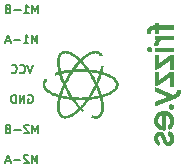
<source format=gbo>
%TF.GenerationSoftware,KiCad,Pcbnew,4.0.7*%
%TF.CreationDate,2018-05-06T15:52:37+02:00*%
%TF.ProjectId,MotorController,4D6F746F72436F6E74726F6C6C65722E,rev?*%
%TF.FileFunction,Legend,Bot*%
%FSLAX46Y46*%
G04 Gerber Fmt 4.6, Leading zero omitted, Abs format (unit mm)*
G04 Created by KiCad (PCBNEW 4.0.7) date 05/06/18 15:52:37*
%MOMM*%
%LPD*%
G01*
G04 APERTURE LIST*
%ADD10C,0.100000*%
%ADD11C,0.175000*%
%ADD12C,0.010000*%
G04 APERTURE END LIST*
D10*
D11*
X6380000Y-15556667D02*
X6380000Y-14856667D01*
X6146667Y-15356667D01*
X5913334Y-14856667D01*
X5913334Y-15556667D01*
X5613334Y-14923333D02*
X5580000Y-14890000D01*
X5513334Y-14856667D01*
X5346667Y-14856667D01*
X5280000Y-14890000D01*
X5246667Y-14923333D01*
X5213334Y-14990000D01*
X5213334Y-15056667D01*
X5246667Y-15156667D01*
X5646667Y-15556667D01*
X5213334Y-15556667D01*
X4913333Y-15290000D02*
X4380000Y-15290000D01*
X4080000Y-15356667D02*
X3746666Y-15356667D01*
X4146666Y-15556667D02*
X3913333Y-14856667D01*
X3680000Y-15556667D01*
X6430000Y-13016667D02*
X6430000Y-12316667D01*
X6196667Y-12816667D01*
X5963334Y-12316667D01*
X5963334Y-13016667D01*
X5663334Y-12383333D02*
X5630000Y-12350000D01*
X5563334Y-12316667D01*
X5396667Y-12316667D01*
X5330000Y-12350000D01*
X5296667Y-12383333D01*
X5263334Y-12450000D01*
X5263334Y-12516667D01*
X5296667Y-12616667D01*
X5696667Y-13016667D01*
X5263334Y-13016667D01*
X4963333Y-12750000D02*
X4430000Y-12750000D01*
X3863333Y-12650000D02*
X3763333Y-12683333D01*
X3730000Y-12716667D01*
X3696666Y-12783333D01*
X3696666Y-12883333D01*
X3730000Y-12950000D01*
X3763333Y-12983333D01*
X3830000Y-13016667D01*
X4096666Y-13016667D01*
X4096666Y-12316667D01*
X3863333Y-12316667D01*
X3796666Y-12350000D01*
X3763333Y-12383333D01*
X3730000Y-12450000D01*
X3730000Y-12516667D01*
X3763333Y-12583333D01*
X3796666Y-12616667D01*
X3863333Y-12650000D01*
X4096666Y-12650000D01*
X6430000Y-2856667D02*
X6430000Y-2156667D01*
X6196667Y-2656667D01*
X5963334Y-2156667D01*
X5963334Y-2856667D01*
X5263334Y-2856667D02*
X5663334Y-2856667D01*
X5463334Y-2856667D02*
X5463334Y-2156667D01*
X5530000Y-2256667D01*
X5596667Y-2323333D01*
X5663334Y-2356667D01*
X4963333Y-2590000D02*
X4430000Y-2590000D01*
X3863333Y-2490000D02*
X3763333Y-2523333D01*
X3730000Y-2556667D01*
X3696666Y-2623333D01*
X3696666Y-2723333D01*
X3730000Y-2790000D01*
X3763333Y-2823333D01*
X3830000Y-2856667D01*
X4096666Y-2856667D01*
X4096666Y-2156667D01*
X3863333Y-2156667D01*
X3796666Y-2190000D01*
X3763333Y-2223333D01*
X3730000Y-2290000D01*
X3730000Y-2356667D01*
X3763333Y-2423333D01*
X3796666Y-2456667D01*
X3863333Y-2490000D01*
X4096666Y-2490000D01*
X6380000Y-5396667D02*
X6380000Y-4696667D01*
X6146667Y-5196667D01*
X5913334Y-4696667D01*
X5913334Y-5396667D01*
X5213334Y-5396667D02*
X5613334Y-5396667D01*
X5413334Y-5396667D02*
X5413334Y-4696667D01*
X5480000Y-4796667D01*
X5546667Y-4863333D01*
X5613334Y-4896667D01*
X4913333Y-5130000D02*
X4380000Y-5130000D01*
X4080000Y-5196667D02*
X3746666Y-5196667D01*
X4146666Y-5396667D02*
X3913333Y-4696667D01*
X3680000Y-5396667D01*
X6013333Y-7236667D02*
X5780000Y-7936667D01*
X5546667Y-7236667D01*
X4913333Y-7870000D02*
X4946667Y-7903333D01*
X5046667Y-7936667D01*
X5113333Y-7936667D01*
X5213333Y-7903333D01*
X5280000Y-7836667D01*
X5313333Y-7770000D01*
X5346667Y-7636667D01*
X5346667Y-7536667D01*
X5313333Y-7403333D01*
X5280000Y-7336667D01*
X5213333Y-7270000D01*
X5113333Y-7236667D01*
X5046667Y-7236667D01*
X4946667Y-7270000D01*
X4913333Y-7303333D01*
X4213333Y-7870000D02*
X4246667Y-7903333D01*
X4346667Y-7936667D01*
X4413333Y-7936667D01*
X4513333Y-7903333D01*
X4580000Y-7836667D01*
X4613333Y-7770000D01*
X4646667Y-7636667D01*
X4646667Y-7536667D01*
X4613333Y-7403333D01*
X4580000Y-7336667D01*
X4513333Y-7270000D01*
X4413333Y-7236667D01*
X4346667Y-7236667D01*
X4246667Y-7270000D01*
X4213333Y-7303333D01*
X5613333Y-9810000D02*
X5679999Y-9776667D01*
X5779999Y-9776667D01*
X5879999Y-9810000D01*
X5946666Y-9876667D01*
X5979999Y-9943333D01*
X6013333Y-10076667D01*
X6013333Y-10176667D01*
X5979999Y-10310000D01*
X5946666Y-10376667D01*
X5879999Y-10443333D01*
X5779999Y-10476667D01*
X5713333Y-10476667D01*
X5613333Y-10443333D01*
X5579999Y-10410000D01*
X5579999Y-10176667D01*
X5713333Y-10176667D01*
X5279999Y-10476667D02*
X5279999Y-9776667D01*
X4879999Y-10476667D01*
X4879999Y-9776667D01*
X4546666Y-10476667D02*
X4546666Y-9776667D01*
X4380000Y-9776667D01*
X4280000Y-9810000D01*
X4213333Y-9876667D01*
X4180000Y-9943333D01*
X4146666Y-10076667D01*
X4146666Y-10176667D01*
X4180000Y-10310000D01*
X4213333Y-10376667D01*
X4280000Y-10443333D01*
X4380000Y-10476667D01*
X4546666Y-10476667D01*
D12*
G36*
X6830288Y-8926576D02*
X6831077Y-8956713D01*
X6832786Y-8980319D01*
X6835755Y-9000477D01*
X6840325Y-9020271D01*
X6846836Y-9042784D01*
X6847570Y-9045183D01*
X6879826Y-9128960D01*
X6924448Y-9210681D01*
X6981252Y-9290215D01*
X7050052Y-9367431D01*
X7130661Y-9442199D01*
X7222894Y-9514388D01*
X7326566Y-9583868D01*
X7441489Y-9650507D01*
X7567479Y-9714176D01*
X7704349Y-9774743D01*
X7851913Y-9832078D01*
X8009986Y-9886050D01*
X8070850Y-9905065D01*
X8104963Y-9915767D01*
X8134319Y-9925546D01*
X8156975Y-9933707D01*
X8170988Y-9939557D01*
X8174665Y-9942148D01*
X8172990Y-9949709D01*
X8168927Y-9967577D01*
X8162947Y-9993688D01*
X8155523Y-10025975D01*
X8147808Y-10059432D01*
X8109231Y-10243866D01*
X8079743Y-10423290D01*
X8069983Y-10498131D01*
X8064977Y-10548436D01*
X8060951Y-10606115D01*
X8057937Y-10668690D01*
X8055968Y-10733685D01*
X8055076Y-10798622D01*
X8055293Y-10861025D01*
X8056652Y-10918415D01*
X8059185Y-10968315D01*
X8062925Y-11008249D01*
X8063272Y-11010900D01*
X8082098Y-11123463D01*
X8106987Y-11225284D01*
X8138160Y-11316894D01*
X8175841Y-11398828D01*
X8220249Y-11471620D01*
X8271609Y-11535802D01*
X8289464Y-11554525D01*
X8352739Y-11609608D01*
X8421645Y-11653518D01*
X8495922Y-11686333D01*
X8575311Y-11708132D01*
X8659552Y-11718991D01*
X8748386Y-11718990D01*
X8841553Y-11708207D01*
X8938793Y-11686720D01*
X9039847Y-11654606D01*
X9144456Y-11611945D01*
X9252360Y-11558815D01*
X9363300Y-11495293D01*
X9477015Y-11421458D01*
X9593247Y-11337389D01*
X9711736Y-11243162D01*
X9832222Y-11138857D01*
X9911283Y-11065883D01*
X9937343Y-11041489D01*
X9960277Y-11020480D01*
X9978483Y-11004288D01*
X9990356Y-10994345D01*
X9994174Y-10991850D01*
X10000848Y-10996071D01*
X10012785Y-11006838D01*
X10020641Y-11014769D01*
X10033357Y-11027496D01*
X10053034Y-11046482D01*
X10077255Y-11069425D01*
X10103600Y-11094021D01*
X10111116Y-11100970D01*
X10179707Y-11164252D01*
X10203916Y-11127263D01*
X10219680Y-11104964D01*
X10236308Y-11084203D01*
X10248176Y-11071491D01*
X10268227Y-11052708D01*
X10180802Y-10969283D01*
X10093378Y-10885857D01*
X10160495Y-10813441D01*
X10302937Y-10653494D01*
X10444753Y-10481675D01*
X10586276Y-10297582D01*
X10594236Y-10286852D01*
X10627078Y-10242471D01*
X10653221Y-10207210D01*
X10673579Y-10180025D01*
X10689068Y-10159873D01*
X10700603Y-10145711D01*
X10709101Y-10136494D01*
X10715475Y-10131179D01*
X10720642Y-10128722D01*
X10725517Y-10128081D01*
X10731015Y-10128211D01*
X10733358Y-10128246D01*
X10756446Y-10127241D01*
X10790364Y-10124384D01*
X10833413Y-10119905D01*
X10883893Y-10114029D01*
X10940106Y-10106987D01*
X11000353Y-10099005D01*
X11062934Y-10090311D01*
X11126151Y-10081134D01*
X11188305Y-10071701D01*
X11247697Y-10062241D01*
X11302628Y-10052980D01*
X11328400Y-10048404D01*
X11368050Y-10041014D01*
X11412034Y-10032468D01*
X11458206Y-10023217D01*
X11504423Y-10013713D01*
X11548537Y-10004407D01*
X11588405Y-9995751D01*
X11621880Y-9988197D01*
X11646818Y-9982196D01*
X11659553Y-9978700D01*
X11664324Y-9979144D01*
X11668879Y-9984849D01*
X11673875Y-9997546D01*
X11679972Y-10018968D01*
X11687830Y-10050848D01*
X11689189Y-10056585D01*
X11719002Y-10190608D01*
X11742910Y-10315641D01*
X11761169Y-10433803D01*
X11774034Y-10547209D01*
X11781761Y-10657976D01*
X11784607Y-10768222D01*
X11783958Y-10840678D01*
X11781523Y-10914532D01*
X11777486Y-10978512D01*
X11771486Y-11035381D01*
X11763165Y-11087905D01*
X11752162Y-11138847D01*
X11738649Y-11189153D01*
X11709485Y-11272102D01*
X11673070Y-11346035D01*
X11629821Y-11410483D01*
X11580152Y-11464975D01*
X11524478Y-11509041D01*
X11463214Y-11542212D01*
X11410950Y-11560454D01*
X11351231Y-11571498D01*
X11283656Y-11574832D01*
X11210390Y-11570541D01*
X11133599Y-11558714D01*
X11083404Y-11547179D01*
X11057304Y-11540518D01*
X11035915Y-11535283D01*
X11022148Y-11532176D01*
X11018758Y-11531623D01*
X11013822Y-11536974D01*
X11006558Y-11550547D01*
X11002557Y-11559657D01*
X10992623Y-11581086D01*
X10979337Y-11606374D01*
X10970148Y-11622361D01*
X10949257Y-11657054D01*
X11013416Y-11676743D01*
X11069231Y-11692929D01*
X11117610Y-11704530D01*
X11162689Y-11712189D01*
X11208606Y-11716551D01*
X11259498Y-11718259D01*
X11280775Y-11718347D01*
X11331751Y-11717444D01*
X11374032Y-11714496D01*
X11411548Y-11708811D01*
X11448230Y-11699698D01*
X11488010Y-11686465D01*
X11510881Y-11677858D01*
X11581553Y-11643798D01*
X11646860Y-11598638D01*
X11706365Y-11542984D01*
X11759633Y-11477442D01*
X11806228Y-11402615D01*
X11845714Y-11319110D01*
X11877656Y-11227531D01*
X11899756Y-11137900D01*
X11908197Y-11094463D01*
X11914838Y-11055605D01*
X11919882Y-11018822D01*
X11923530Y-10981610D01*
X11925986Y-10941465D01*
X11927451Y-10895882D01*
X11928128Y-10842359D01*
X11928231Y-10785475D01*
X11926603Y-10683495D01*
X11921788Y-10585754D01*
X11913454Y-10489556D01*
X11901269Y-10392206D01*
X11884903Y-10291010D01*
X11864024Y-10183272D01*
X11841589Y-10080625D01*
X11833109Y-10043428D01*
X11825475Y-10009846D01*
X11819192Y-9982107D01*
X11814766Y-9962444D01*
X11812760Y-9953362D01*
X11812799Y-9946668D01*
X11817638Y-9941197D01*
X11829478Y-9935725D01*
X11850521Y-9929029D01*
X11862900Y-9925481D01*
X11998893Y-9884328D01*
X12132222Y-9838523D01*
X12261456Y-9788718D01*
X12385162Y-9735561D01*
X12501908Y-9679702D01*
X12610263Y-9621791D01*
X12708794Y-9562476D01*
X12796069Y-9502408D01*
X12796761Y-9501894D01*
X12888000Y-9428364D01*
X12967066Y-9352429D01*
X13033879Y-9274190D01*
X13088363Y-9193748D01*
X13130439Y-9111203D01*
X13157389Y-9036050D01*
X13164865Y-9001574D01*
X13170289Y-8959119D01*
X13173516Y-8912549D01*
X13174402Y-8865725D01*
X13172804Y-8822512D01*
X13168578Y-8786774D01*
X13166960Y-8778875D01*
X13141532Y-8694380D01*
X13104797Y-8612735D01*
X13056543Y-8533676D01*
X12996555Y-8456936D01*
X12924621Y-8382252D01*
X12840528Y-8309358D01*
X12744061Y-8237990D01*
X12715862Y-8218945D01*
X12622452Y-8161248D01*
X12518050Y-8104467D01*
X12404364Y-8049346D01*
X12283099Y-7996626D01*
X12155963Y-7947052D01*
X12024663Y-7901365D01*
X11893550Y-7861068D01*
X11864635Y-7852516D01*
X11840171Y-7844815D01*
X11822771Y-7838819D01*
X11815088Y-7835419D01*
X11814605Y-7827932D01*
X11816864Y-7810385D01*
X11821478Y-7785022D01*
X11828059Y-7754092D01*
X11832148Y-7736483D01*
X11852793Y-7645438D01*
X11871606Y-7553548D01*
X11887645Y-7465580D01*
X11896485Y-7410450D01*
X11900933Y-7380914D01*
X11904957Y-7354491D01*
X11908015Y-7334709D01*
X11909265Y-7326871D01*
X11912058Y-7309968D01*
X11839334Y-7310996D01*
X11772157Y-7311946D01*
X11772157Y-7975600D01*
X11781442Y-7977504D01*
X11800804Y-7982801D01*
X11828271Y-7990871D01*
X11861872Y-8001090D01*
X11899634Y-8012838D01*
X11939587Y-8025493D01*
X11979758Y-8038432D01*
X12018177Y-8051034D01*
X12052870Y-8062678D01*
X12081867Y-8072741D01*
X12093363Y-8076893D01*
X12233952Y-8131839D01*
X12363944Y-8189257D01*
X12483123Y-8248986D01*
X12591272Y-8310866D01*
X12688173Y-8374737D01*
X12773610Y-8440437D01*
X12847365Y-8507805D01*
X12909223Y-8576681D01*
X12958965Y-8646905D01*
X12996375Y-8718315D01*
X13011274Y-8757018D01*
X13028190Y-8824736D01*
X13032984Y-8892524D01*
X13025723Y-8962155D01*
X13020071Y-8988425D01*
X12997509Y-9055666D01*
X12962598Y-9123211D01*
X12915673Y-9190671D01*
X12857068Y-9257662D01*
X12787116Y-9323797D01*
X12706150Y-9388688D01*
X12626975Y-9443855D01*
X12584137Y-9470336D01*
X12532060Y-9499978D01*
X12473382Y-9531454D01*
X12410744Y-9563435D01*
X12346786Y-9594593D01*
X12284146Y-9623599D01*
X12225466Y-9649126D01*
X12192000Y-9662714D01*
X12151666Y-9678118D01*
X12107196Y-9694377D01*
X12060120Y-9711000D01*
X12011970Y-9727497D01*
X11964276Y-9743376D01*
X11918569Y-9758147D01*
X11876380Y-9771319D01*
X11839240Y-9782402D01*
X11808679Y-9790904D01*
X11786230Y-9796335D01*
X11773422Y-9798204D01*
X11771100Y-9797633D01*
X11768694Y-9791154D01*
X11762805Y-9774050D01*
X11753917Y-9747762D01*
X11742513Y-9713730D01*
X11729077Y-9673394D01*
X11714092Y-9628195D01*
X11704125Y-9598025D01*
X11661166Y-9472477D01*
X11614370Y-9344172D01*
X11565240Y-9217002D01*
X11515276Y-9094861D01*
X11469509Y-8989491D01*
X11424413Y-8888958D01*
X11465892Y-8795816D01*
X11496820Y-8724866D01*
X11528748Y-8648845D01*
X11561062Y-8569400D01*
X11593149Y-8488180D01*
X11624393Y-8406835D01*
X11654181Y-8327012D01*
X11681899Y-8250359D01*
X11706931Y-8178527D01*
X11728665Y-8113162D01*
X11746485Y-8055914D01*
X11759778Y-8008432D01*
X11760870Y-8004144D01*
X11765916Y-7987273D01*
X11770520Y-7977028D01*
X11772157Y-7975600D01*
X11772157Y-7311946D01*
X11766609Y-7312025D01*
X11763389Y-7331075D01*
X11760808Y-7347178D01*
X11757218Y-7370600D01*
X11753645Y-7394575D01*
X11745346Y-7446176D01*
X11734519Y-7506024D01*
X11721959Y-7570105D01*
X11708454Y-7634408D01*
X11694798Y-7694919D01*
X11692457Y-7704793D01*
X11669923Y-7799112D01*
X11653149Y-7795586D01*
X11641792Y-7793158D01*
X11620296Y-7788525D01*
X11590935Y-7782179D01*
X11555979Y-7774611D01*
X11517702Y-7766312D01*
X11517524Y-7766274D01*
X11412999Y-7744785D01*
X11300578Y-7723843D01*
X11185062Y-7704309D01*
X11093270Y-7690218D01*
X11068188Y-7686730D01*
X11035292Y-7682418D01*
X10996574Y-7677517D01*
X10954028Y-7672265D01*
X10909644Y-7666895D01*
X10865418Y-7661646D01*
X10823340Y-7656751D01*
X10813988Y-7655691D01*
X10813988Y-7799935D01*
X10885456Y-7808345D01*
X11020454Y-7825626D01*
X11156373Y-7845695D01*
X11289755Y-7867975D01*
X11417143Y-7891893D01*
X11527890Y-7915254D01*
X11561625Y-7922778D01*
X11590763Y-7929214D01*
X11613161Y-7934094D01*
X11626680Y-7936950D01*
X11629682Y-7937500D01*
X11629258Y-7943320D01*
X11625009Y-7960064D01*
X11617265Y-7986652D01*
X11606355Y-8022005D01*
X11592610Y-8065046D01*
X11576359Y-8114695D01*
X11565705Y-8146721D01*
X11513156Y-8296843D01*
X11455204Y-8449774D01*
X11395826Y-8595384D01*
X11346917Y-8710916D01*
X11346917Y-9067423D01*
X11347545Y-9068196D01*
X11352736Y-9079097D01*
X11361839Y-9099907D01*
X11374079Y-9128733D01*
X11388679Y-9163684D01*
X11404860Y-9202865D01*
X11421846Y-9244384D01*
X11438861Y-9286348D01*
X11455126Y-9326865D01*
X11469865Y-9364042D01*
X11482300Y-9395985D01*
X11484762Y-9402418D01*
X11497467Y-9436504D01*
X11511867Y-9476417D01*
X11527406Y-9520486D01*
X11543524Y-9567038D01*
X11559664Y-9614403D01*
X11575267Y-9660907D01*
X11589776Y-9704879D01*
X11602632Y-9744647D01*
X11613278Y-9778538D01*
X11621154Y-9804881D01*
X11625704Y-9822004D01*
X11626612Y-9827371D01*
X11624423Y-9836210D01*
X11615503Y-9842155D01*
X11596902Y-9847161D01*
X11596687Y-9847207D01*
X11499563Y-9867552D01*
X11412649Y-9885224D01*
X11333828Y-9900595D01*
X11260980Y-9914038D01*
X11191988Y-9925926D01*
X11124732Y-9936631D01*
X11057095Y-9946528D01*
X10986959Y-9955989D01*
X10957073Y-9959818D01*
X10918016Y-9964706D01*
X10883041Y-9968994D01*
X10854188Y-9972437D01*
X10833493Y-9974795D01*
X10822995Y-9975824D01*
X10822349Y-9975850D01*
X10822873Y-9970879D01*
X10829483Y-9957167D01*
X10841185Y-9936516D01*
X10856983Y-9910724D01*
X10867130Y-9894887D01*
X10948064Y-9767482D01*
X11029331Y-9633910D01*
X11109037Y-9497458D01*
X11185291Y-9361413D01*
X11256199Y-9229063D01*
X11302821Y-9138025D01*
X11320228Y-9104294D01*
X11333124Y-9081683D01*
X11341893Y-9069592D01*
X11346917Y-9067423D01*
X11346917Y-8710916D01*
X11344203Y-8717327D01*
X11277564Y-8589351D01*
X11168013Y-8384943D01*
X11056304Y-8188719D01*
X10939797Y-7996174D01*
X10824741Y-7816330D01*
X10813988Y-7799935D01*
X10813988Y-7655691D01*
X10785404Y-7652449D01*
X10753602Y-7648973D01*
X10729927Y-7646562D01*
X10716372Y-7645449D01*
X10714824Y-7645402D01*
X10708959Y-7640485D01*
X10697119Y-7626848D01*
X10680636Y-7606156D01*
X10660844Y-7580074D01*
X10642415Y-7554912D01*
X10555562Y-7437518D01*
X10464168Y-7319651D01*
X10370877Y-7204596D01*
X10278335Y-7095639D01*
X10217786Y-7027374D01*
X10191377Y-6998109D01*
X10165930Y-6969792D01*
X10143524Y-6944748D01*
X10126241Y-6925299D01*
X10118830Y-6916864D01*
X10093536Y-6887804D01*
X10153755Y-6831305D01*
X10279886Y-6717086D01*
X10402937Y-6613964D01*
X10522738Y-6522045D01*
X10639120Y-6441434D01*
X10751914Y-6372237D01*
X10860949Y-6314560D01*
X10966057Y-6268508D01*
X11067069Y-6234187D01*
X11140136Y-6216189D01*
X11207327Y-6206131D01*
X11275009Y-6202769D01*
X11340604Y-6205906D01*
X11401535Y-6215342D01*
X11455224Y-6230879D01*
X11481873Y-6242527D01*
X11542463Y-6279985D01*
X11596224Y-6326806D01*
X11640867Y-6380965D01*
X11644421Y-6386223D01*
X11656732Y-6403638D01*
X11666751Y-6415789D01*
X11671889Y-6419850D01*
X11680388Y-6418354D01*
X11697131Y-6414479D01*
X11713599Y-6410325D01*
X11741049Y-6404805D01*
X11770190Y-6401367D01*
X11783759Y-6400800D01*
X11802468Y-6399970D01*
X11814662Y-6397837D01*
X11817350Y-6395936D01*
X11813891Y-6386284D01*
X11804591Y-6368897D01*
X11791059Y-6346326D01*
X11774907Y-6321118D01*
X11757745Y-6295823D01*
X11741186Y-6272990D01*
X11733062Y-6262583D01*
X11684894Y-6211508D01*
X11627553Y-6164863D01*
X11564388Y-6124956D01*
X11498749Y-6094098D01*
X11477625Y-6086463D01*
X11417607Y-6070998D01*
X11349794Y-6061383D01*
X11277759Y-6057815D01*
X11205079Y-6060489D01*
X11143781Y-6068102D01*
X11037926Y-6091900D01*
X10928579Y-6127809D01*
X10815727Y-6175836D01*
X10699354Y-6235992D01*
X10579447Y-6308283D01*
X10455991Y-6392718D01*
X10328973Y-6489307D01*
X10198378Y-6598057D01*
X10074646Y-6709238D01*
X9993084Y-6785007D01*
X9993084Y-6992007D01*
X10066277Y-7072641D01*
X10118466Y-7130624D01*
X10165557Y-7184106D01*
X10210633Y-7236687D01*
X10256778Y-7291969D01*
X10307075Y-7353553D01*
X10312009Y-7359650D01*
X10341454Y-7396376D01*
X10371602Y-7434555D01*
X10401416Y-7472817D01*
X10429858Y-7509791D01*
X10455893Y-7544107D01*
X10478482Y-7574396D01*
X10496589Y-7599288D01*
X10509177Y-7617411D01*
X10515210Y-7627397D01*
X10515586Y-7628625D01*
X10510436Y-7631564D01*
X10501312Y-7630624D01*
X10491600Y-7629537D01*
X10470856Y-7628093D01*
X10440741Y-7626378D01*
X10402917Y-7624479D01*
X10359044Y-7622481D01*
X10310783Y-7620469D01*
X10287000Y-7619542D01*
X10213081Y-7617314D01*
X10131384Y-7615890D01*
X10044493Y-7615248D01*
X10019337Y-7615280D01*
X10019337Y-7762716D01*
X10103734Y-7762857D01*
X10186237Y-7763474D01*
X10265563Y-7764566D01*
X10340428Y-7766133D01*
X10409547Y-7768175D01*
X10471638Y-7770693D01*
X10525415Y-7773686D01*
X10569596Y-7777154D01*
X10602896Y-7781097D01*
X10613109Y-7782851D01*
X10619666Y-7785346D01*
X10627292Y-7791141D01*
X10636898Y-7801419D01*
X10649398Y-7817364D01*
X10665704Y-7840159D01*
X10686729Y-7870990D01*
X10713387Y-7911038D01*
X10721852Y-7923864D01*
X10803462Y-8050611D01*
X10886126Y-8184581D01*
X10966910Y-8320943D01*
X11027060Y-8426450D01*
X11041568Y-8452795D01*
X11059414Y-8485882D01*
X11079856Y-8524275D01*
X11102155Y-8566539D01*
X11125569Y-8611241D01*
X11149357Y-8656945D01*
X11172778Y-8702217D01*
X11195092Y-8745622D01*
X11215556Y-8785726D01*
X11233431Y-8821093D01*
X11247974Y-8850291D01*
X11258446Y-8871882D01*
X11264105Y-8884435D01*
X11264900Y-8886919D01*
X11262152Y-8893280D01*
X11254378Y-8909549D01*
X11242279Y-8934301D01*
X11226560Y-8966108D01*
X11207922Y-9003544D01*
X11187068Y-9045184D01*
X11179564Y-9060113D01*
X11093416Y-9227116D01*
X11007201Y-9385430D01*
X10918709Y-9538886D01*
X10825731Y-9691313D01*
X10726057Y-9846539D01*
X10724023Y-9849633D01*
X10629544Y-9993291D01*
X10580509Y-9997238D01*
X10501813Y-10002965D01*
X10494150Y-10003401D01*
X10494150Y-10148326D01*
X10509516Y-10148408D01*
X10515595Y-10149930D01*
X10515600Y-10149994D01*
X10511971Y-10156258D01*
X10501969Y-10170772D01*
X10486916Y-10191683D01*
X10468135Y-10217140D01*
X10457232Y-10231696D01*
X10398232Y-10308710D01*
X10335654Y-10387922D01*
X10271335Y-10467121D01*
X10207116Y-10544097D01*
X10144833Y-10616639D01*
X10086326Y-10682538D01*
X10044699Y-10727687D01*
X9991523Y-10784200D01*
X9908770Y-10692762D01*
X9834494Y-10609665D01*
X9766801Y-10531589D01*
X9702822Y-10455070D01*
X9639690Y-10376645D01*
X9574537Y-10292850D01*
X9539190Y-10246379D01*
X9516866Y-10216517D01*
X9497680Y-10190232D01*
X9482775Y-10169142D01*
X9473293Y-10154862D01*
X9470376Y-10149010D01*
X9470392Y-10148990D01*
X9477222Y-10148537D01*
X9494999Y-10148699D01*
X9521989Y-10149421D01*
X9556456Y-10150650D01*
X9596664Y-10152333D01*
X9632034Y-10153982D01*
X9668307Y-10155350D01*
X9714189Y-10156451D01*
X9768105Y-10157291D01*
X9828483Y-10157880D01*
X9893749Y-10158225D01*
X9962330Y-10158333D01*
X10032652Y-10158214D01*
X10103141Y-10157875D01*
X10172224Y-10157324D01*
X10238329Y-10156569D01*
X10299880Y-10155618D01*
X10355306Y-10154479D01*
X10403032Y-10153160D01*
X10441485Y-10151670D01*
X10469091Y-10150015D01*
X10472737Y-10149705D01*
X10494150Y-10148326D01*
X10494150Y-10003401D01*
X10421400Y-10007547D01*
X10337221Y-10011051D01*
X10247228Y-10013541D01*
X10149372Y-10015084D01*
X10041605Y-10015745D01*
X10001250Y-10015780D01*
X9916321Y-10015591D01*
X9841247Y-10015026D01*
X9773188Y-10013996D01*
X9709302Y-10012409D01*
X9646747Y-10010176D01*
X9582683Y-10007206D01*
X9514268Y-10003409D01*
X9438660Y-9998696D01*
X9415839Y-9997201D01*
X9354303Y-9993136D01*
X9272419Y-9868605D01*
X9149733Y-9676774D01*
X9035177Y-9486458D01*
X8926312Y-9293426D01*
X8820702Y-9093448D01*
X8783075Y-9019070D01*
X8718973Y-8890966D01*
X8754626Y-8815870D01*
X8808657Y-8705816D01*
X8869664Y-8588282D01*
X8936394Y-8465462D01*
X9007593Y-8339551D01*
X9082008Y-8212742D01*
X9158388Y-8087229D01*
X9235479Y-7965208D01*
X9274713Y-7904955D01*
X9352561Y-7786686D01*
X9386393Y-7782833D01*
X9430058Y-7778696D01*
X9483384Y-7775035D01*
X9545087Y-7771849D01*
X9613884Y-7769138D01*
X9688491Y-7766903D01*
X9767623Y-7765143D01*
X9849998Y-7763859D01*
X9934330Y-7763049D01*
X10019337Y-7762716D01*
X10019337Y-7615280D01*
X9954991Y-7615364D01*
X9865461Y-7616213D01*
X9778487Y-7617773D01*
X9696653Y-7620019D01*
X9622540Y-7622928D01*
X9563341Y-7626173D01*
X9530593Y-7628106D01*
X9502616Y-7629398D01*
X9481726Y-7629970D01*
X9470239Y-7629744D01*
X9468785Y-7629402D01*
X9471169Y-7623172D01*
X9480776Y-7608232D01*
X9496758Y-7585681D01*
X9518270Y-7556615D01*
X9544464Y-7522133D01*
X9574494Y-7483331D01*
X9607514Y-7441308D01*
X9642677Y-7397162D01*
X9679135Y-7351989D01*
X9716043Y-7306887D01*
X9738087Y-7280275D01*
X9778761Y-7231638D01*
X9813983Y-7190109D01*
X9846220Y-7152869D01*
X9877944Y-7117098D01*
X9911623Y-7079979D01*
X9949727Y-7038693D01*
X9950635Y-7037716D01*
X9993084Y-6992007D01*
X9993084Y-6785007D01*
X9991698Y-6786295D01*
X9925036Y-6723057D01*
X9795363Y-6604721D01*
X9667522Y-6497426D01*
X9541752Y-6401322D01*
X9418294Y-6316559D01*
X9297386Y-6243287D01*
X9179270Y-6181656D01*
X9064185Y-6131817D01*
X8952371Y-6093920D01*
X8896350Y-6079160D01*
X8848127Y-6069995D01*
X8793498Y-6063343D01*
X8736401Y-6059405D01*
X8685268Y-6058465D01*
X8685268Y-6203135D01*
X8741620Y-6204053D01*
X8797827Y-6208880D01*
X8843439Y-6216219D01*
X8938119Y-6240752D01*
X9037368Y-6276546D01*
X9140584Y-6323263D01*
X9247168Y-6380563D01*
X9356519Y-6448107D01*
X9468038Y-6525556D01*
X9581123Y-6612571D01*
X9658350Y-6676808D01*
X9693059Y-6706909D01*
X9728453Y-6738240D01*
X9763240Y-6769594D01*
X9796130Y-6799765D01*
X9825831Y-6827544D01*
X9851053Y-6851727D01*
X9870505Y-6871106D01*
X9882895Y-6884474D01*
X9886950Y-6890483D01*
X9882830Y-6897261D01*
X9871646Y-6911086D01*
X9855159Y-6929872D01*
X9837310Y-6949228D01*
X9763075Y-7030290D01*
X9684622Y-7120128D01*
X9603866Y-7216401D01*
X9522724Y-7316764D01*
X9443113Y-7418874D01*
X9366949Y-7520389D01*
X9340962Y-7556035D01*
X9316878Y-7589002D01*
X9298630Y-7612961D01*
X9284873Y-7629377D01*
X9274260Y-7639716D01*
X9265446Y-7645442D01*
X9257084Y-7648023D01*
X9256367Y-7648141D01*
X9242921Y-7649934D01*
X9219683Y-7652704D01*
X9189494Y-7656126D01*
X9157612Y-7659609D01*
X9157612Y-7804150D01*
X9160295Y-7806652D01*
X9158065Y-7814884D01*
X9150346Y-7829931D01*
X9136566Y-7852877D01*
X9116148Y-7884809D01*
X9109734Y-7894637D01*
X9087549Y-7929006D01*
X9061047Y-7970829D01*
X9032395Y-8016638D01*
X9003761Y-8062968D01*
X8977311Y-8106352D01*
X8975758Y-8108922D01*
X8924461Y-8195251D01*
X8872364Y-8285464D01*
X8821169Y-8376507D01*
X8772575Y-8465329D01*
X8728284Y-8548876D01*
X8700724Y-8602639D01*
X8683445Y-8636533D01*
X8667966Y-8666164D01*
X8655226Y-8689797D01*
X8646160Y-8705695D01*
X8641709Y-8712122D01*
X8641557Y-8712176D01*
X8640783Y-8711040D01*
X8640783Y-9060404D01*
X8702817Y-9179989D01*
X8777412Y-9320591D01*
X8855037Y-9460858D01*
X8934077Y-9597998D01*
X9012913Y-9729218D01*
X9089930Y-9851726D01*
X9106518Y-9877306D01*
X9126340Y-9907865D01*
X9143399Y-9934494D01*
X9156617Y-9955486D01*
X9164917Y-9969132D01*
X9167288Y-9973727D01*
X9160899Y-9973363D01*
X9143842Y-9971592D01*
X9118049Y-9968634D01*
X9085447Y-9964714D01*
X9047965Y-9960052D01*
X9042286Y-9959333D01*
X8911316Y-9941556D01*
X8786911Y-9922125D01*
X8662954Y-9900058D01*
X8608421Y-9889544D01*
X8563082Y-9880443D01*
X8518206Y-9871121D01*
X8475564Y-9861978D01*
X8436924Y-9853409D01*
X8404058Y-9845815D01*
X8378735Y-9839593D01*
X8362724Y-9835142D01*
X8357844Y-9833161D01*
X8358633Y-9826317D01*
X8362893Y-9809329D01*
X8370040Y-9784089D01*
X8379490Y-9752488D01*
X8390657Y-9716417D01*
X8402958Y-9677768D01*
X8415809Y-9638432D01*
X8428624Y-9600300D01*
X8439335Y-9569450D01*
X8469463Y-9485883D01*
X8501127Y-9401030D01*
X8533315Y-9317464D01*
X8565017Y-9237761D01*
X8595221Y-9164495D01*
X8622916Y-9100242D01*
X8628418Y-9087914D01*
X8640783Y-9060404D01*
X8640783Y-8711040D01*
X8637704Y-8706517D01*
X8629883Y-8690524D01*
X8618717Y-8665705D01*
X8604830Y-8633567D01*
X8588846Y-8595617D01*
X8571390Y-8553362D01*
X8553085Y-8508309D01*
X8534555Y-8461966D01*
X8516424Y-8415839D01*
X8499317Y-8371435D01*
X8487583Y-8340304D01*
X8468785Y-8289041D01*
X8450128Y-8236648D01*
X8432064Y-8184529D01*
X8415043Y-8134091D01*
X8399516Y-8086737D01*
X8385934Y-8043873D01*
X8374749Y-8006904D01*
X8366411Y-7977235D01*
X8361371Y-7956271D01*
X8360080Y-7945417D01*
X8360492Y-7944342D01*
X8368128Y-7941588D01*
X8386292Y-7936725D01*
X8413068Y-7930184D01*
X8446541Y-7922393D01*
X8484795Y-7913781D01*
X8525914Y-7904778D01*
X8567982Y-7895813D01*
X8609084Y-7887316D01*
X8647303Y-7879716D01*
X8658225Y-7877617D01*
X8697015Y-7870531D01*
X8742312Y-7862746D01*
X8792330Y-7854525D01*
X8845284Y-7846131D01*
X8899388Y-7837827D01*
X8952857Y-7829876D01*
X9003905Y-7822539D01*
X9050749Y-7816080D01*
X9091602Y-7810761D01*
X9124678Y-7806845D01*
X9148194Y-7804595D01*
X9157612Y-7804150D01*
X9157612Y-7659609D01*
X9155195Y-7659874D01*
X9140825Y-7661406D01*
X8997978Y-7678426D01*
X8849452Y-7699680D01*
X8700134Y-7724374D01*
X8554909Y-7751712D01*
X8451850Y-7773423D01*
X8414475Y-7781638D01*
X8381044Y-7788870D01*
X8353660Y-7794672D01*
X8334427Y-7798598D01*
X8325450Y-7800203D01*
X8325402Y-7800208D01*
X8320318Y-7796524D01*
X8314268Y-7784249D01*
X8307078Y-7762736D01*
X8298577Y-7731341D01*
X8288590Y-7689420D01*
X8276945Y-7636328D01*
X8263470Y-7571419D01*
X8261730Y-7562850D01*
X8233899Y-7409086D01*
X8213939Y-7261797D01*
X8201859Y-7121511D01*
X8197668Y-6988755D01*
X8201374Y-6864057D01*
X8212985Y-6747946D01*
X8232510Y-6640949D01*
X8246068Y-6588125D01*
X8274556Y-6506058D01*
X8310524Y-6432640D01*
X8353489Y-6368402D01*
X8402965Y-6313875D01*
X8458467Y-6269590D01*
X8519511Y-6236077D01*
X8585612Y-6213867D01*
X8588375Y-6213217D01*
X8632833Y-6206174D01*
X8685268Y-6203135D01*
X8685268Y-6058465D01*
X8680775Y-6058382D01*
X8630558Y-6060473D01*
X8599620Y-6064074D01*
X8542900Y-6076751D01*
X8483622Y-6096133D01*
X8427643Y-6120135D01*
X8398337Y-6135734D01*
X8350542Y-6168774D01*
X8302231Y-6211663D01*
X8255673Y-6261863D01*
X8213135Y-6316833D01*
X8176887Y-6374031D01*
X8164159Y-6397959D01*
X8143333Y-6445411D01*
X8122984Y-6502721D01*
X8103895Y-6567052D01*
X8086848Y-6635566D01*
X8072626Y-6705427D01*
X8063481Y-6762750D01*
X8060581Y-6792144D01*
X8058328Y-6831795D01*
X8056724Y-6879275D01*
X8055768Y-6932159D01*
X8055459Y-6988020D01*
X8055797Y-7044430D01*
X8056783Y-7098963D01*
X8058415Y-7149193D01*
X8060694Y-7192692D01*
X8063537Y-7226300D01*
X8071383Y-7290475D01*
X8081434Y-7362216D01*
X8092960Y-7436878D01*
X8105234Y-7509820D01*
X8117527Y-7576399D01*
X8121780Y-7597734D01*
X8130218Y-7638162D01*
X8139243Y-7679841D01*
X8148341Y-7720548D01*
X8156998Y-7758061D01*
X8164700Y-7790156D01*
X8170931Y-7814610D01*
X8175177Y-7829200D01*
X8175629Y-7830445D01*
X8174911Y-7836251D01*
X8166803Y-7842005D01*
X8149460Y-7848685D01*
X8129878Y-7854717D01*
X8101341Y-7863298D01*
X8067325Y-7873885D01*
X8029867Y-7885807D01*
X7991009Y-7898387D01*
X7952790Y-7910954D01*
X7917248Y-7922832D01*
X7886424Y-7933348D01*
X7862357Y-7941828D01*
X7847086Y-7947599D01*
X7842906Y-7949535D01*
X7838929Y-7954524D01*
X7839147Y-7963623D01*
X7844008Y-7979534D01*
X7850737Y-7996986D01*
X7860006Y-8022359D01*
X7867584Y-8047071D01*
X7871463Y-8063887D01*
X7875491Y-8089076D01*
X7952533Y-8061794D01*
X7984234Y-8050866D01*
X8019859Y-8039076D01*
X8057435Y-8027021D01*
X8094983Y-8015302D01*
X8130530Y-8004517D01*
X8162100Y-7995264D01*
X8187716Y-7988141D01*
X8205403Y-7983748D01*
X8213186Y-7982683D01*
X8213335Y-7982772D01*
X8215797Y-7989142D01*
X8221778Y-8006143D01*
X8230791Y-8032351D01*
X8242353Y-8066345D01*
X8255978Y-8106702D01*
X8271183Y-8151999D01*
X8282262Y-8185150D01*
X8339645Y-8350006D01*
X8401502Y-8514436D01*
X8466101Y-8673958D01*
X8514614Y-8786129D01*
X8560275Y-8888634D01*
X8518004Y-8982979D01*
X8468470Y-9097007D01*
X8418791Y-9217940D01*
X8370366Y-9342113D01*
X8324592Y-9465864D01*
X8320660Y-9477140D01*
X8320660Y-9975850D01*
X8328831Y-9977189D01*
X8347264Y-9980909D01*
X8373839Y-9986558D01*
X8406436Y-9993688D01*
X8438929Y-10000945D01*
X8559235Y-10026408D01*
X8688286Y-10050708D01*
X8822136Y-10073205D01*
X8956841Y-10093261D01*
X9088456Y-10110237D01*
X9169882Y-10119256D01*
X9275139Y-10130082D01*
X9352349Y-10235528D01*
X9451083Y-10367651D01*
X9547350Y-10490760D01*
X9643401Y-10607629D01*
X9741491Y-10721035D01*
X9793656Y-10779125D01*
X9827137Y-10816318D01*
X9852381Y-10845252D01*
X9870032Y-10866743D01*
X9880738Y-10881607D01*
X9885143Y-10890662D01*
X9884608Y-10894229D01*
X9877663Y-10900886D01*
X9863230Y-10914544D01*
X9843092Y-10933522D01*
X9819030Y-10956139D01*
X9804861Y-10969434D01*
X9696865Y-11067058D01*
X9588462Y-11157918D01*
X9480861Y-11241122D01*
X9375275Y-11315775D01*
X9272916Y-11380985D01*
X9174994Y-11435858D01*
X9165861Y-11440554D01*
X9097202Y-11474271D01*
X9035348Y-11501665D01*
X8976963Y-11524061D01*
X8918714Y-11542782D01*
X8884450Y-11552275D01*
X8854652Y-11559824D01*
X8829851Y-11565137D01*
X8806527Y-11568610D01*
X8781157Y-11570635D01*
X8750223Y-11571608D01*
X8710202Y-11571923D01*
X8709025Y-11571926D01*
X8669657Y-11571861D01*
X8640060Y-11571234D01*
X8617303Y-11569723D01*
X8598460Y-11567007D01*
X8580602Y-11562763D01*
X8560800Y-11556671D01*
X8556127Y-11555128D01*
X8489631Y-11526561D01*
X8429513Y-11487528D01*
X8377143Y-11439035D01*
X8347069Y-11401748D01*
X8305673Y-11335414D01*
X8271259Y-11261929D01*
X8243691Y-11180666D01*
X8222832Y-11090992D01*
X8208544Y-10992277D01*
X8200690Y-10883893D01*
X8199133Y-10765207D01*
X8199927Y-10725537D01*
X8205366Y-10611457D01*
X8215647Y-10497495D01*
X8231132Y-10380973D01*
X8252186Y-10259213D01*
X8279174Y-10129537D01*
X8283765Y-10109200D01*
X8291738Y-10074155D01*
X8298965Y-10042288D01*
X8304857Y-10016198D01*
X8308827Y-9998484D01*
X8309966Y-9993312D01*
X8314860Y-9980662D01*
X8320660Y-9975850D01*
X8320660Y-9477140D01*
X8282866Y-9585530D01*
X8251868Y-9680529D01*
X8240544Y-9716367D01*
X8230524Y-9747761D01*
X8222424Y-9772810D01*
X8216859Y-9789613D01*
X8214444Y-9796266D01*
X8214423Y-9796293D01*
X8207799Y-9795283D01*
X8190956Y-9790824D01*
X8165720Y-9783485D01*
X8133919Y-9773834D01*
X8097381Y-9762441D01*
X8057933Y-9749874D01*
X8017403Y-9736702D01*
X7977619Y-9723495D01*
X7945702Y-9712647D01*
X7844356Y-9675917D01*
X7748274Y-9637040D01*
X7652363Y-9593854D01*
X7561908Y-9549474D01*
X7445784Y-9486470D01*
X7342227Y-9421665D01*
X7251237Y-9355058D01*
X7172816Y-9286652D01*
X7106964Y-9216447D01*
X7053683Y-9144443D01*
X7026445Y-9097919D01*
X7005180Y-9055015D01*
X6990161Y-9017730D01*
X6979898Y-8981609D01*
X6972900Y-8942199D01*
X6971940Y-8934950D01*
X6969232Y-8869084D01*
X6978058Y-8803305D01*
X6998623Y-8737042D01*
X7031129Y-8669724D01*
X7075779Y-8600780D01*
X7103749Y-8564239D01*
X7138469Y-8521053D01*
X7110637Y-8494389D01*
X7090983Y-8474477D01*
X7071479Y-8453028D01*
X7062500Y-8442325D01*
X7042194Y-8416925D01*
X7010280Y-8451850D01*
X6987677Y-8478694D01*
X6962518Y-8511987D01*
X6937012Y-8548464D01*
X6913365Y-8584863D01*
X6893783Y-8617922D01*
X6881246Y-8642605D01*
X6871797Y-8665584D01*
X6860655Y-8695045D01*
X6849937Y-8725355D01*
X6847943Y-8731284D01*
X6841099Y-8752714D01*
X6836255Y-8771125D01*
X6833072Y-8789481D01*
X6831209Y-8810751D01*
X6830325Y-8837898D01*
X6830079Y-8873891D01*
X6830078Y-8886825D01*
X6830288Y-8926576D01*
X6830288Y-8926576D01*
G37*
X6830288Y-8926576D02*
X6831077Y-8956713D01*
X6832786Y-8980319D01*
X6835755Y-9000477D01*
X6840325Y-9020271D01*
X6846836Y-9042784D01*
X6847570Y-9045183D01*
X6879826Y-9128960D01*
X6924448Y-9210681D01*
X6981252Y-9290215D01*
X7050052Y-9367431D01*
X7130661Y-9442199D01*
X7222894Y-9514388D01*
X7326566Y-9583868D01*
X7441489Y-9650507D01*
X7567479Y-9714176D01*
X7704349Y-9774743D01*
X7851913Y-9832078D01*
X8009986Y-9886050D01*
X8070850Y-9905065D01*
X8104963Y-9915767D01*
X8134319Y-9925546D01*
X8156975Y-9933707D01*
X8170988Y-9939557D01*
X8174665Y-9942148D01*
X8172990Y-9949709D01*
X8168927Y-9967577D01*
X8162947Y-9993688D01*
X8155523Y-10025975D01*
X8147808Y-10059432D01*
X8109231Y-10243866D01*
X8079743Y-10423290D01*
X8069983Y-10498131D01*
X8064977Y-10548436D01*
X8060951Y-10606115D01*
X8057937Y-10668690D01*
X8055968Y-10733685D01*
X8055076Y-10798622D01*
X8055293Y-10861025D01*
X8056652Y-10918415D01*
X8059185Y-10968315D01*
X8062925Y-11008249D01*
X8063272Y-11010900D01*
X8082098Y-11123463D01*
X8106987Y-11225284D01*
X8138160Y-11316894D01*
X8175841Y-11398828D01*
X8220249Y-11471620D01*
X8271609Y-11535802D01*
X8289464Y-11554525D01*
X8352739Y-11609608D01*
X8421645Y-11653518D01*
X8495922Y-11686333D01*
X8575311Y-11708132D01*
X8659552Y-11718991D01*
X8748386Y-11718990D01*
X8841553Y-11708207D01*
X8938793Y-11686720D01*
X9039847Y-11654606D01*
X9144456Y-11611945D01*
X9252360Y-11558815D01*
X9363300Y-11495293D01*
X9477015Y-11421458D01*
X9593247Y-11337389D01*
X9711736Y-11243162D01*
X9832222Y-11138857D01*
X9911283Y-11065883D01*
X9937343Y-11041489D01*
X9960277Y-11020480D01*
X9978483Y-11004288D01*
X9990356Y-10994345D01*
X9994174Y-10991850D01*
X10000848Y-10996071D01*
X10012785Y-11006838D01*
X10020641Y-11014769D01*
X10033357Y-11027496D01*
X10053034Y-11046482D01*
X10077255Y-11069425D01*
X10103600Y-11094021D01*
X10111116Y-11100970D01*
X10179707Y-11164252D01*
X10203916Y-11127263D01*
X10219680Y-11104964D01*
X10236308Y-11084203D01*
X10248176Y-11071491D01*
X10268227Y-11052708D01*
X10180802Y-10969283D01*
X10093378Y-10885857D01*
X10160495Y-10813441D01*
X10302937Y-10653494D01*
X10444753Y-10481675D01*
X10586276Y-10297582D01*
X10594236Y-10286852D01*
X10627078Y-10242471D01*
X10653221Y-10207210D01*
X10673579Y-10180025D01*
X10689068Y-10159873D01*
X10700603Y-10145711D01*
X10709101Y-10136494D01*
X10715475Y-10131179D01*
X10720642Y-10128722D01*
X10725517Y-10128081D01*
X10731015Y-10128211D01*
X10733358Y-10128246D01*
X10756446Y-10127241D01*
X10790364Y-10124384D01*
X10833413Y-10119905D01*
X10883893Y-10114029D01*
X10940106Y-10106987D01*
X11000353Y-10099005D01*
X11062934Y-10090311D01*
X11126151Y-10081134D01*
X11188305Y-10071701D01*
X11247697Y-10062241D01*
X11302628Y-10052980D01*
X11328400Y-10048404D01*
X11368050Y-10041014D01*
X11412034Y-10032468D01*
X11458206Y-10023217D01*
X11504423Y-10013713D01*
X11548537Y-10004407D01*
X11588405Y-9995751D01*
X11621880Y-9988197D01*
X11646818Y-9982196D01*
X11659553Y-9978700D01*
X11664324Y-9979144D01*
X11668879Y-9984849D01*
X11673875Y-9997546D01*
X11679972Y-10018968D01*
X11687830Y-10050848D01*
X11689189Y-10056585D01*
X11719002Y-10190608D01*
X11742910Y-10315641D01*
X11761169Y-10433803D01*
X11774034Y-10547209D01*
X11781761Y-10657976D01*
X11784607Y-10768222D01*
X11783958Y-10840678D01*
X11781523Y-10914532D01*
X11777486Y-10978512D01*
X11771486Y-11035381D01*
X11763165Y-11087905D01*
X11752162Y-11138847D01*
X11738649Y-11189153D01*
X11709485Y-11272102D01*
X11673070Y-11346035D01*
X11629821Y-11410483D01*
X11580152Y-11464975D01*
X11524478Y-11509041D01*
X11463214Y-11542212D01*
X11410950Y-11560454D01*
X11351231Y-11571498D01*
X11283656Y-11574832D01*
X11210390Y-11570541D01*
X11133599Y-11558714D01*
X11083404Y-11547179D01*
X11057304Y-11540518D01*
X11035915Y-11535283D01*
X11022148Y-11532176D01*
X11018758Y-11531623D01*
X11013822Y-11536974D01*
X11006558Y-11550547D01*
X11002557Y-11559657D01*
X10992623Y-11581086D01*
X10979337Y-11606374D01*
X10970148Y-11622361D01*
X10949257Y-11657054D01*
X11013416Y-11676743D01*
X11069231Y-11692929D01*
X11117610Y-11704530D01*
X11162689Y-11712189D01*
X11208606Y-11716551D01*
X11259498Y-11718259D01*
X11280775Y-11718347D01*
X11331751Y-11717444D01*
X11374032Y-11714496D01*
X11411548Y-11708811D01*
X11448230Y-11699698D01*
X11488010Y-11686465D01*
X11510881Y-11677858D01*
X11581553Y-11643798D01*
X11646860Y-11598638D01*
X11706365Y-11542984D01*
X11759633Y-11477442D01*
X11806228Y-11402615D01*
X11845714Y-11319110D01*
X11877656Y-11227531D01*
X11899756Y-11137900D01*
X11908197Y-11094463D01*
X11914838Y-11055605D01*
X11919882Y-11018822D01*
X11923530Y-10981610D01*
X11925986Y-10941465D01*
X11927451Y-10895882D01*
X11928128Y-10842359D01*
X11928231Y-10785475D01*
X11926603Y-10683495D01*
X11921788Y-10585754D01*
X11913454Y-10489556D01*
X11901269Y-10392206D01*
X11884903Y-10291010D01*
X11864024Y-10183272D01*
X11841589Y-10080625D01*
X11833109Y-10043428D01*
X11825475Y-10009846D01*
X11819192Y-9982107D01*
X11814766Y-9962444D01*
X11812760Y-9953362D01*
X11812799Y-9946668D01*
X11817638Y-9941197D01*
X11829478Y-9935725D01*
X11850521Y-9929029D01*
X11862900Y-9925481D01*
X11998893Y-9884328D01*
X12132222Y-9838523D01*
X12261456Y-9788718D01*
X12385162Y-9735561D01*
X12501908Y-9679702D01*
X12610263Y-9621791D01*
X12708794Y-9562476D01*
X12796069Y-9502408D01*
X12796761Y-9501894D01*
X12888000Y-9428364D01*
X12967066Y-9352429D01*
X13033879Y-9274190D01*
X13088363Y-9193748D01*
X13130439Y-9111203D01*
X13157389Y-9036050D01*
X13164865Y-9001574D01*
X13170289Y-8959119D01*
X13173516Y-8912549D01*
X13174402Y-8865725D01*
X13172804Y-8822512D01*
X13168578Y-8786774D01*
X13166960Y-8778875D01*
X13141532Y-8694380D01*
X13104797Y-8612735D01*
X13056543Y-8533676D01*
X12996555Y-8456936D01*
X12924621Y-8382252D01*
X12840528Y-8309358D01*
X12744061Y-8237990D01*
X12715862Y-8218945D01*
X12622452Y-8161248D01*
X12518050Y-8104467D01*
X12404364Y-8049346D01*
X12283099Y-7996626D01*
X12155963Y-7947052D01*
X12024663Y-7901365D01*
X11893550Y-7861068D01*
X11864635Y-7852516D01*
X11840171Y-7844815D01*
X11822771Y-7838819D01*
X11815088Y-7835419D01*
X11814605Y-7827932D01*
X11816864Y-7810385D01*
X11821478Y-7785022D01*
X11828059Y-7754092D01*
X11832148Y-7736483D01*
X11852793Y-7645438D01*
X11871606Y-7553548D01*
X11887645Y-7465580D01*
X11896485Y-7410450D01*
X11900933Y-7380914D01*
X11904957Y-7354491D01*
X11908015Y-7334709D01*
X11909265Y-7326871D01*
X11912058Y-7309968D01*
X11839334Y-7310996D01*
X11772157Y-7311946D01*
X11772157Y-7975600D01*
X11781442Y-7977504D01*
X11800804Y-7982801D01*
X11828271Y-7990871D01*
X11861872Y-8001090D01*
X11899634Y-8012838D01*
X11939587Y-8025493D01*
X11979758Y-8038432D01*
X12018177Y-8051034D01*
X12052870Y-8062678D01*
X12081867Y-8072741D01*
X12093363Y-8076893D01*
X12233952Y-8131839D01*
X12363944Y-8189257D01*
X12483123Y-8248986D01*
X12591272Y-8310866D01*
X12688173Y-8374737D01*
X12773610Y-8440437D01*
X12847365Y-8507805D01*
X12909223Y-8576681D01*
X12958965Y-8646905D01*
X12996375Y-8718315D01*
X13011274Y-8757018D01*
X13028190Y-8824736D01*
X13032984Y-8892524D01*
X13025723Y-8962155D01*
X13020071Y-8988425D01*
X12997509Y-9055666D01*
X12962598Y-9123211D01*
X12915673Y-9190671D01*
X12857068Y-9257662D01*
X12787116Y-9323797D01*
X12706150Y-9388688D01*
X12626975Y-9443855D01*
X12584137Y-9470336D01*
X12532060Y-9499978D01*
X12473382Y-9531454D01*
X12410744Y-9563435D01*
X12346786Y-9594593D01*
X12284146Y-9623599D01*
X12225466Y-9649126D01*
X12192000Y-9662714D01*
X12151666Y-9678118D01*
X12107196Y-9694377D01*
X12060120Y-9711000D01*
X12011970Y-9727497D01*
X11964276Y-9743376D01*
X11918569Y-9758147D01*
X11876380Y-9771319D01*
X11839240Y-9782402D01*
X11808679Y-9790904D01*
X11786230Y-9796335D01*
X11773422Y-9798204D01*
X11771100Y-9797633D01*
X11768694Y-9791154D01*
X11762805Y-9774050D01*
X11753917Y-9747762D01*
X11742513Y-9713730D01*
X11729077Y-9673394D01*
X11714092Y-9628195D01*
X11704125Y-9598025D01*
X11661166Y-9472477D01*
X11614370Y-9344172D01*
X11565240Y-9217002D01*
X11515276Y-9094861D01*
X11469509Y-8989491D01*
X11424413Y-8888958D01*
X11465892Y-8795816D01*
X11496820Y-8724866D01*
X11528748Y-8648845D01*
X11561062Y-8569400D01*
X11593149Y-8488180D01*
X11624393Y-8406835D01*
X11654181Y-8327012D01*
X11681899Y-8250359D01*
X11706931Y-8178527D01*
X11728665Y-8113162D01*
X11746485Y-8055914D01*
X11759778Y-8008432D01*
X11760870Y-8004144D01*
X11765916Y-7987273D01*
X11770520Y-7977028D01*
X11772157Y-7975600D01*
X11772157Y-7311946D01*
X11766609Y-7312025D01*
X11763389Y-7331075D01*
X11760808Y-7347178D01*
X11757218Y-7370600D01*
X11753645Y-7394575D01*
X11745346Y-7446176D01*
X11734519Y-7506024D01*
X11721959Y-7570105D01*
X11708454Y-7634408D01*
X11694798Y-7694919D01*
X11692457Y-7704793D01*
X11669923Y-7799112D01*
X11653149Y-7795586D01*
X11641792Y-7793158D01*
X11620296Y-7788525D01*
X11590935Y-7782179D01*
X11555979Y-7774611D01*
X11517702Y-7766312D01*
X11517524Y-7766274D01*
X11412999Y-7744785D01*
X11300578Y-7723843D01*
X11185062Y-7704309D01*
X11093270Y-7690218D01*
X11068188Y-7686730D01*
X11035292Y-7682418D01*
X10996574Y-7677517D01*
X10954028Y-7672265D01*
X10909644Y-7666895D01*
X10865418Y-7661646D01*
X10823340Y-7656751D01*
X10813988Y-7655691D01*
X10813988Y-7799935D01*
X10885456Y-7808345D01*
X11020454Y-7825626D01*
X11156373Y-7845695D01*
X11289755Y-7867975D01*
X11417143Y-7891893D01*
X11527890Y-7915254D01*
X11561625Y-7922778D01*
X11590763Y-7929214D01*
X11613161Y-7934094D01*
X11626680Y-7936950D01*
X11629682Y-7937500D01*
X11629258Y-7943320D01*
X11625009Y-7960064D01*
X11617265Y-7986652D01*
X11606355Y-8022005D01*
X11592610Y-8065046D01*
X11576359Y-8114695D01*
X11565705Y-8146721D01*
X11513156Y-8296843D01*
X11455204Y-8449774D01*
X11395826Y-8595384D01*
X11346917Y-8710916D01*
X11346917Y-9067423D01*
X11347545Y-9068196D01*
X11352736Y-9079097D01*
X11361839Y-9099907D01*
X11374079Y-9128733D01*
X11388679Y-9163684D01*
X11404860Y-9202865D01*
X11421846Y-9244384D01*
X11438861Y-9286348D01*
X11455126Y-9326865D01*
X11469865Y-9364042D01*
X11482300Y-9395985D01*
X11484762Y-9402418D01*
X11497467Y-9436504D01*
X11511867Y-9476417D01*
X11527406Y-9520486D01*
X11543524Y-9567038D01*
X11559664Y-9614403D01*
X11575267Y-9660907D01*
X11589776Y-9704879D01*
X11602632Y-9744647D01*
X11613278Y-9778538D01*
X11621154Y-9804881D01*
X11625704Y-9822004D01*
X11626612Y-9827371D01*
X11624423Y-9836210D01*
X11615503Y-9842155D01*
X11596902Y-9847161D01*
X11596687Y-9847207D01*
X11499563Y-9867552D01*
X11412649Y-9885224D01*
X11333828Y-9900595D01*
X11260980Y-9914038D01*
X11191988Y-9925926D01*
X11124732Y-9936631D01*
X11057095Y-9946528D01*
X10986959Y-9955989D01*
X10957073Y-9959818D01*
X10918016Y-9964706D01*
X10883041Y-9968994D01*
X10854188Y-9972437D01*
X10833493Y-9974795D01*
X10822995Y-9975824D01*
X10822349Y-9975850D01*
X10822873Y-9970879D01*
X10829483Y-9957167D01*
X10841185Y-9936516D01*
X10856983Y-9910724D01*
X10867130Y-9894887D01*
X10948064Y-9767482D01*
X11029331Y-9633910D01*
X11109037Y-9497458D01*
X11185291Y-9361413D01*
X11256199Y-9229063D01*
X11302821Y-9138025D01*
X11320228Y-9104294D01*
X11333124Y-9081683D01*
X11341893Y-9069592D01*
X11346917Y-9067423D01*
X11346917Y-8710916D01*
X11344203Y-8717327D01*
X11277564Y-8589351D01*
X11168013Y-8384943D01*
X11056304Y-8188719D01*
X10939797Y-7996174D01*
X10824741Y-7816330D01*
X10813988Y-7799935D01*
X10813988Y-7655691D01*
X10785404Y-7652449D01*
X10753602Y-7648973D01*
X10729927Y-7646562D01*
X10716372Y-7645449D01*
X10714824Y-7645402D01*
X10708959Y-7640485D01*
X10697119Y-7626848D01*
X10680636Y-7606156D01*
X10660844Y-7580074D01*
X10642415Y-7554912D01*
X10555562Y-7437518D01*
X10464168Y-7319651D01*
X10370877Y-7204596D01*
X10278335Y-7095639D01*
X10217786Y-7027374D01*
X10191377Y-6998109D01*
X10165930Y-6969792D01*
X10143524Y-6944748D01*
X10126241Y-6925299D01*
X10118830Y-6916864D01*
X10093536Y-6887804D01*
X10153755Y-6831305D01*
X10279886Y-6717086D01*
X10402937Y-6613964D01*
X10522738Y-6522045D01*
X10639120Y-6441434D01*
X10751914Y-6372237D01*
X10860949Y-6314560D01*
X10966057Y-6268508D01*
X11067069Y-6234187D01*
X11140136Y-6216189D01*
X11207327Y-6206131D01*
X11275009Y-6202769D01*
X11340604Y-6205906D01*
X11401535Y-6215342D01*
X11455224Y-6230879D01*
X11481873Y-6242527D01*
X11542463Y-6279985D01*
X11596224Y-6326806D01*
X11640867Y-6380965D01*
X11644421Y-6386223D01*
X11656732Y-6403638D01*
X11666751Y-6415789D01*
X11671889Y-6419850D01*
X11680388Y-6418354D01*
X11697131Y-6414479D01*
X11713599Y-6410325D01*
X11741049Y-6404805D01*
X11770190Y-6401367D01*
X11783759Y-6400800D01*
X11802468Y-6399970D01*
X11814662Y-6397837D01*
X11817350Y-6395936D01*
X11813891Y-6386284D01*
X11804591Y-6368897D01*
X11791059Y-6346326D01*
X11774907Y-6321118D01*
X11757745Y-6295823D01*
X11741186Y-6272990D01*
X11733062Y-6262583D01*
X11684894Y-6211508D01*
X11627553Y-6164863D01*
X11564388Y-6124956D01*
X11498749Y-6094098D01*
X11477625Y-6086463D01*
X11417607Y-6070998D01*
X11349794Y-6061383D01*
X11277759Y-6057815D01*
X11205079Y-6060489D01*
X11143781Y-6068102D01*
X11037926Y-6091900D01*
X10928579Y-6127809D01*
X10815727Y-6175836D01*
X10699354Y-6235992D01*
X10579447Y-6308283D01*
X10455991Y-6392718D01*
X10328973Y-6489307D01*
X10198378Y-6598057D01*
X10074646Y-6709238D01*
X9993084Y-6785007D01*
X9993084Y-6992007D01*
X10066277Y-7072641D01*
X10118466Y-7130624D01*
X10165557Y-7184106D01*
X10210633Y-7236687D01*
X10256778Y-7291969D01*
X10307075Y-7353553D01*
X10312009Y-7359650D01*
X10341454Y-7396376D01*
X10371602Y-7434555D01*
X10401416Y-7472817D01*
X10429858Y-7509791D01*
X10455893Y-7544107D01*
X10478482Y-7574396D01*
X10496589Y-7599288D01*
X10509177Y-7617411D01*
X10515210Y-7627397D01*
X10515586Y-7628625D01*
X10510436Y-7631564D01*
X10501312Y-7630624D01*
X10491600Y-7629537D01*
X10470856Y-7628093D01*
X10440741Y-7626378D01*
X10402917Y-7624479D01*
X10359044Y-7622481D01*
X10310783Y-7620469D01*
X10287000Y-7619542D01*
X10213081Y-7617314D01*
X10131384Y-7615890D01*
X10044493Y-7615248D01*
X10019337Y-7615280D01*
X10019337Y-7762716D01*
X10103734Y-7762857D01*
X10186237Y-7763474D01*
X10265563Y-7764566D01*
X10340428Y-7766133D01*
X10409547Y-7768175D01*
X10471638Y-7770693D01*
X10525415Y-7773686D01*
X10569596Y-7777154D01*
X10602896Y-7781097D01*
X10613109Y-7782851D01*
X10619666Y-7785346D01*
X10627292Y-7791141D01*
X10636898Y-7801419D01*
X10649398Y-7817364D01*
X10665704Y-7840159D01*
X10686729Y-7870990D01*
X10713387Y-7911038D01*
X10721852Y-7923864D01*
X10803462Y-8050611D01*
X10886126Y-8184581D01*
X10966910Y-8320943D01*
X11027060Y-8426450D01*
X11041568Y-8452795D01*
X11059414Y-8485882D01*
X11079856Y-8524275D01*
X11102155Y-8566539D01*
X11125569Y-8611241D01*
X11149357Y-8656945D01*
X11172778Y-8702217D01*
X11195092Y-8745622D01*
X11215556Y-8785726D01*
X11233431Y-8821093D01*
X11247974Y-8850291D01*
X11258446Y-8871882D01*
X11264105Y-8884435D01*
X11264900Y-8886919D01*
X11262152Y-8893280D01*
X11254378Y-8909549D01*
X11242279Y-8934301D01*
X11226560Y-8966108D01*
X11207922Y-9003544D01*
X11187068Y-9045184D01*
X11179564Y-9060113D01*
X11093416Y-9227116D01*
X11007201Y-9385430D01*
X10918709Y-9538886D01*
X10825731Y-9691313D01*
X10726057Y-9846539D01*
X10724023Y-9849633D01*
X10629544Y-9993291D01*
X10580509Y-9997238D01*
X10501813Y-10002965D01*
X10494150Y-10003401D01*
X10494150Y-10148326D01*
X10509516Y-10148408D01*
X10515595Y-10149930D01*
X10515600Y-10149994D01*
X10511971Y-10156258D01*
X10501969Y-10170772D01*
X10486916Y-10191683D01*
X10468135Y-10217140D01*
X10457232Y-10231696D01*
X10398232Y-10308710D01*
X10335654Y-10387922D01*
X10271335Y-10467121D01*
X10207116Y-10544097D01*
X10144833Y-10616639D01*
X10086326Y-10682538D01*
X10044699Y-10727687D01*
X9991523Y-10784200D01*
X9908770Y-10692762D01*
X9834494Y-10609665D01*
X9766801Y-10531589D01*
X9702822Y-10455070D01*
X9639690Y-10376645D01*
X9574537Y-10292850D01*
X9539190Y-10246379D01*
X9516866Y-10216517D01*
X9497680Y-10190232D01*
X9482775Y-10169142D01*
X9473293Y-10154862D01*
X9470376Y-10149010D01*
X9470392Y-10148990D01*
X9477222Y-10148537D01*
X9494999Y-10148699D01*
X9521989Y-10149421D01*
X9556456Y-10150650D01*
X9596664Y-10152333D01*
X9632034Y-10153982D01*
X9668307Y-10155350D01*
X9714189Y-10156451D01*
X9768105Y-10157291D01*
X9828483Y-10157880D01*
X9893749Y-10158225D01*
X9962330Y-10158333D01*
X10032652Y-10158214D01*
X10103141Y-10157875D01*
X10172224Y-10157324D01*
X10238329Y-10156569D01*
X10299880Y-10155618D01*
X10355306Y-10154479D01*
X10403032Y-10153160D01*
X10441485Y-10151670D01*
X10469091Y-10150015D01*
X10472737Y-10149705D01*
X10494150Y-10148326D01*
X10494150Y-10003401D01*
X10421400Y-10007547D01*
X10337221Y-10011051D01*
X10247228Y-10013541D01*
X10149372Y-10015084D01*
X10041605Y-10015745D01*
X10001250Y-10015780D01*
X9916321Y-10015591D01*
X9841247Y-10015026D01*
X9773188Y-10013996D01*
X9709302Y-10012409D01*
X9646747Y-10010176D01*
X9582683Y-10007206D01*
X9514268Y-10003409D01*
X9438660Y-9998696D01*
X9415839Y-9997201D01*
X9354303Y-9993136D01*
X9272419Y-9868605D01*
X9149733Y-9676774D01*
X9035177Y-9486458D01*
X8926312Y-9293426D01*
X8820702Y-9093448D01*
X8783075Y-9019070D01*
X8718973Y-8890966D01*
X8754626Y-8815870D01*
X8808657Y-8705816D01*
X8869664Y-8588282D01*
X8936394Y-8465462D01*
X9007593Y-8339551D01*
X9082008Y-8212742D01*
X9158388Y-8087229D01*
X9235479Y-7965208D01*
X9274713Y-7904955D01*
X9352561Y-7786686D01*
X9386393Y-7782833D01*
X9430058Y-7778696D01*
X9483384Y-7775035D01*
X9545087Y-7771849D01*
X9613884Y-7769138D01*
X9688491Y-7766903D01*
X9767623Y-7765143D01*
X9849998Y-7763859D01*
X9934330Y-7763049D01*
X10019337Y-7762716D01*
X10019337Y-7615280D01*
X9954991Y-7615364D01*
X9865461Y-7616213D01*
X9778487Y-7617773D01*
X9696653Y-7620019D01*
X9622540Y-7622928D01*
X9563341Y-7626173D01*
X9530593Y-7628106D01*
X9502616Y-7629398D01*
X9481726Y-7629970D01*
X9470239Y-7629744D01*
X9468785Y-7629402D01*
X9471169Y-7623172D01*
X9480776Y-7608232D01*
X9496758Y-7585681D01*
X9518270Y-7556615D01*
X9544464Y-7522133D01*
X9574494Y-7483331D01*
X9607514Y-7441308D01*
X9642677Y-7397162D01*
X9679135Y-7351989D01*
X9716043Y-7306887D01*
X9738087Y-7280275D01*
X9778761Y-7231638D01*
X9813983Y-7190109D01*
X9846220Y-7152869D01*
X9877944Y-7117098D01*
X9911623Y-7079979D01*
X9949727Y-7038693D01*
X9950635Y-7037716D01*
X9993084Y-6992007D01*
X9993084Y-6785007D01*
X9991698Y-6786295D01*
X9925036Y-6723057D01*
X9795363Y-6604721D01*
X9667522Y-6497426D01*
X9541752Y-6401322D01*
X9418294Y-6316559D01*
X9297386Y-6243287D01*
X9179270Y-6181656D01*
X9064185Y-6131817D01*
X8952371Y-6093920D01*
X8896350Y-6079160D01*
X8848127Y-6069995D01*
X8793498Y-6063343D01*
X8736401Y-6059405D01*
X8685268Y-6058465D01*
X8685268Y-6203135D01*
X8741620Y-6204053D01*
X8797827Y-6208880D01*
X8843439Y-6216219D01*
X8938119Y-6240752D01*
X9037368Y-6276546D01*
X9140584Y-6323263D01*
X9247168Y-6380563D01*
X9356519Y-6448107D01*
X9468038Y-6525556D01*
X9581123Y-6612571D01*
X9658350Y-6676808D01*
X9693059Y-6706909D01*
X9728453Y-6738240D01*
X9763240Y-6769594D01*
X9796130Y-6799765D01*
X9825831Y-6827544D01*
X9851053Y-6851727D01*
X9870505Y-6871106D01*
X9882895Y-6884474D01*
X9886950Y-6890483D01*
X9882830Y-6897261D01*
X9871646Y-6911086D01*
X9855159Y-6929872D01*
X9837310Y-6949228D01*
X9763075Y-7030290D01*
X9684622Y-7120128D01*
X9603866Y-7216401D01*
X9522724Y-7316764D01*
X9443113Y-7418874D01*
X9366949Y-7520389D01*
X9340962Y-7556035D01*
X9316878Y-7589002D01*
X9298630Y-7612961D01*
X9284873Y-7629377D01*
X9274260Y-7639716D01*
X9265446Y-7645442D01*
X9257084Y-7648023D01*
X9256367Y-7648141D01*
X9242921Y-7649934D01*
X9219683Y-7652704D01*
X9189494Y-7656126D01*
X9157612Y-7659609D01*
X9157612Y-7804150D01*
X9160295Y-7806652D01*
X9158065Y-7814884D01*
X9150346Y-7829931D01*
X9136566Y-7852877D01*
X9116148Y-7884809D01*
X9109734Y-7894637D01*
X9087549Y-7929006D01*
X9061047Y-7970829D01*
X9032395Y-8016638D01*
X9003761Y-8062968D01*
X8977311Y-8106352D01*
X8975758Y-8108922D01*
X8924461Y-8195251D01*
X8872364Y-8285464D01*
X8821169Y-8376507D01*
X8772575Y-8465329D01*
X8728284Y-8548876D01*
X8700724Y-8602639D01*
X8683445Y-8636533D01*
X8667966Y-8666164D01*
X8655226Y-8689797D01*
X8646160Y-8705695D01*
X8641709Y-8712122D01*
X8641557Y-8712176D01*
X8640783Y-8711040D01*
X8640783Y-9060404D01*
X8702817Y-9179989D01*
X8777412Y-9320591D01*
X8855037Y-9460858D01*
X8934077Y-9597998D01*
X9012913Y-9729218D01*
X9089930Y-9851726D01*
X9106518Y-9877306D01*
X9126340Y-9907865D01*
X9143399Y-9934494D01*
X9156617Y-9955486D01*
X9164917Y-9969132D01*
X9167288Y-9973727D01*
X9160899Y-9973363D01*
X9143842Y-9971592D01*
X9118049Y-9968634D01*
X9085447Y-9964714D01*
X9047965Y-9960052D01*
X9042286Y-9959333D01*
X8911316Y-9941556D01*
X8786911Y-9922125D01*
X8662954Y-9900058D01*
X8608421Y-9889544D01*
X8563082Y-9880443D01*
X8518206Y-9871121D01*
X8475564Y-9861978D01*
X8436924Y-9853409D01*
X8404058Y-9845815D01*
X8378735Y-9839593D01*
X8362724Y-9835142D01*
X8357844Y-9833161D01*
X8358633Y-9826317D01*
X8362893Y-9809329D01*
X8370040Y-9784089D01*
X8379490Y-9752488D01*
X8390657Y-9716417D01*
X8402958Y-9677768D01*
X8415809Y-9638432D01*
X8428624Y-9600300D01*
X8439335Y-9569450D01*
X8469463Y-9485883D01*
X8501127Y-9401030D01*
X8533315Y-9317464D01*
X8565017Y-9237761D01*
X8595221Y-9164495D01*
X8622916Y-9100242D01*
X8628418Y-9087914D01*
X8640783Y-9060404D01*
X8640783Y-8711040D01*
X8637704Y-8706517D01*
X8629883Y-8690524D01*
X8618717Y-8665705D01*
X8604830Y-8633567D01*
X8588846Y-8595617D01*
X8571390Y-8553362D01*
X8553085Y-8508309D01*
X8534555Y-8461966D01*
X8516424Y-8415839D01*
X8499317Y-8371435D01*
X8487583Y-8340304D01*
X8468785Y-8289041D01*
X8450128Y-8236648D01*
X8432064Y-8184529D01*
X8415043Y-8134091D01*
X8399516Y-8086737D01*
X8385934Y-8043873D01*
X8374749Y-8006904D01*
X8366411Y-7977235D01*
X8361371Y-7956271D01*
X8360080Y-7945417D01*
X8360492Y-7944342D01*
X8368128Y-7941588D01*
X8386292Y-7936725D01*
X8413068Y-7930184D01*
X8446541Y-7922393D01*
X8484795Y-7913781D01*
X8525914Y-7904778D01*
X8567982Y-7895813D01*
X8609084Y-7887316D01*
X8647303Y-7879716D01*
X8658225Y-7877617D01*
X8697015Y-7870531D01*
X8742312Y-7862746D01*
X8792330Y-7854525D01*
X8845284Y-7846131D01*
X8899388Y-7837827D01*
X8952857Y-7829876D01*
X9003905Y-7822539D01*
X9050749Y-7816080D01*
X9091602Y-7810761D01*
X9124678Y-7806845D01*
X9148194Y-7804595D01*
X9157612Y-7804150D01*
X9157612Y-7659609D01*
X9155195Y-7659874D01*
X9140825Y-7661406D01*
X8997978Y-7678426D01*
X8849452Y-7699680D01*
X8700134Y-7724374D01*
X8554909Y-7751712D01*
X8451850Y-7773423D01*
X8414475Y-7781638D01*
X8381044Y-7788870D01*
X8353660Y-7794672D01*
X8334427Y-7798598D01*
X8325450Y-7800203D01*
X8325402Y-7800208D01*
X8320318Y-7796524D01*
X8314268Y-7784249D01*
X8307078Y-7762736D01*
X8298577Y-7731341D01*
X8288590Y-7689420D01*
X8276945Y-7636328D01*
X8263470Y-7571419D01*
X8261730Y-7562850D01*
X8233899Y-7409086D01*
X8213939Y-7261797D01*
X8201859Y-7121511D01*
X8197668Y-6988755D01*
X8201374Y-6864057D01*
X8212985Y-6747946D01*
X8232510Y-6640949D01*
X8246068Y-6588125D01*
X8274556Y-6506058D01*
X8310524Y-6432640D01*
X8353489Y-6368402D01*
X8402965Y-6313875D01*
X8458467Y-6269590D01*
X8519511Y-6236077D01*
X8585612Y-6213867D01*
X8588375Y-6213217D01*
X8632833Y-6206174D01*
X8685268Y-6203135D01*
X8685268Y-6058465D01*
X8680775Y-6058382D01*
X8630558Y-6060473D01*
X8599620Y-6064074D01*
X8542900Y-6076751D01*
X8483622Y-6096133D01*
X8427643Y-6120135D01*
X8398337Y-6135734D01*
X8350542Y-6168774D01*
X8302231Y-6211663D01*
X8255673Y-6261863D01*
X8213135Y-6316833D01*
X8176887Y-6374031D01*
X8164159Y-6397959D01*
X8143333Y-6445411D01*
X8122984Y-6502721D01*
X8103895Y-6567052D01*
X8086848Y-6635566D01*
X8072626Y-6705427D01*
X8063481Y-6762750D01*
X8060581Y-6792144D01*
X8058328Y-6831795D01*
X8056724Y-6879275D01*
X8055768Y-6932159D01*
X8055459Y-6988020D01*
X8055797Y-7044430D01*
X8056783Y-7098963D01*
X8058415Y-7149193D01*
X8060694Y-7192692D01*
X8063537Y-7226300D01*
X8071383Y-7290475D01*
X8081434Y-7362216D01*
X8092960Y-7436878D01*
X8105234Y-7509820D01*
X8117527Y-7576399D01*
X8121780Y-7597734D01*
X8130218Y-7638162D01*
X8139243Y-7679841D01*
X8148341Y-7720548D01*
X8156998Y-7758061D01*
X8164700Y-7790156D01*
X8170931Y-7814610D01*
X8175177Y-7829200D01*
X8175629Y-7830445D01*
X8174911Y-7836251D01*
X8166803Y-7842005D01*
X8149460Y-7848685D01*
X8129878Y-7854717D01*
X8101341Y-7863298D01*
X8067325Y-7873885D01*
X8029867Y-7885807D01*
X7991009Y-7898387D01*
X7952790Y-7910954D01*
X7917248Y-7922832D01*
X7886424Y-7933348D01*
X7862357Y-7941828D01*
X7847086Y-7947599D01*
X7842906Y-7949535D01*
X7838929Y-7954524D01*
X7839147Y-7963623D01*
X7844008Y-7979534D01*
X7850737Y-7996986D01*
X7860006Y-8022359D01*
X7867584Y-8047071D01*
X7871463Y-8063887D01*
X7875491Y-8089076D01*
X7952533Y-8061794D01*
X7984234Y-8050866D01*
X8019859Y-8039076D01*
X8057435Y-8027021D01*
X8094983Y-8015302D01*
X8130530Y-8004517D01*
X8162100Y-7995264D01*
X8187716Y-7988141D01*
X8205403Y-7983748D01*
X8213186Y-7982683D01*
X8213335Y-7982772D01*
X8215797Y-7989142D01*
X8221778Y-8006143D01*
X8230791Y-8032351D01*
X8242353Y-8066345D01*
X8255978Y-8106702D01*
X8271183Y-8151999D01*
X8282262Y-8185150D01*
X8339645Y-8350006D01*
X8401502Y-8514436D01*
X8466101Y-8673958D01*
X8514614Y-8786129D01*
X8560275Y-8888634D01*
X8518004Y-8982979D01*
X8468470Y-9097007D01*
X8418791Y-9217940D01*
X8370366Y-9342113D01*
X8324592Y-9465864D01*
X8320660Y-9477140D01*
X8320660Y-9975850D01*
X8328831Y-9977189D01*
X8347264Y-9980909D01*
X8373839Y-9986558D01*
X8406436Y-9993688D01*
X8438929Y-10000945D01*
X8559235Y-10026408D01*
X8688286Y-10050708D01*
X8822136Y-10073205D01*
X8956841Y-10093261D01*
X9088456Y-10110237D01*
X9169882Y-10119256D01*
X9275139Y-10130082D01*
X9352349Y-10235528D01*
X9451083Y-10367651D01*
X9547350Y-10490760D01*
X9643401Y-10607629D01*
X9741491Y-10721035D01*
X9793656Y-10779125D01*
X9827137Y-10816318D01*
X9852381Y-10845252D01*
X9870032Y-10866743D01*
X9880738Y-10881607D01*
X9885143Y-10890662D01*
X9884608Y-10894229D01*
X9877663Y-10900886D01*
X9863230Y-10914544D01*
X9843092Y-10933522D01*
X9819030Y-10956139D01*
X9804861Y-10969434D01*
X9696865Y-11067058D01*
X9588462Y-11157918D01*
X9480861Y-11241122D01*
X9375275Y-11315775D01*
X9272916Y-11380985D01*
X9174994Y-11435858D01*
X9165861Y-11440554D01*
X9097202Y-11474271D01*
X9035348Y-11501665D01*
X8976963Y-11524061D01*
X8918714Y-11542782D01*
X8884450Y-11552275D01*
X8854652Y-11559824D01*
X8829851Y-11565137D01*
X8806527Y-11568610D01*
X8781157Y-11570635D01*
X8750223Y-11571608D01*
X8710202Y-11571923D01*
X8709025Y-11571926D01*
X8669657Y-11571861D01*
X8640060Y-11571234D01*
X8617303Y-11569723D01*
X8598460Y-11567007D01*
X8580602Y-11562763D01*
X8560800Y-11556671D01*
X8556127Y-11555128D01*
X8489631Y-11526561D01*
X8429513Y-11487528D01*
X8377143Y-11439035D01*
X8347069Y-11401748D01*
X8305673Y-11335414D01*
X8271259Y-11261929D01*
X8243691Y-11180666D01*
X8222832Y-11090992D01*
X8208544Y-10992277D01*
X8200690Y-10883893D01*
X8199133Y-10765207D01*
X8199927Y-10725537D01*
X8205366Y-10611457D01*
X8215647Y-10497495D01*
X8231132Y-10380973D01*
X8252186Y-10259213D01*
X8279174Y-10129537D01*
X8283765Y-10109200D01*
X8291738Y-10074155D01*
X8298965Y-10042288D01*
X8304857Y-10016198D01*
X8308827Y-9998484D01*
X8309966Y-9993312D01*
X8314860Y-9980662D01*
X8320660Y-9975850D01*
X8320660Y-9477140D01*
X8282866Y-9585530D01*
X8251868Y-9680529D01*
X8240544Y-9716367D01*
X8230524Y-9747761D01*
X8222424Y-9772810D01*
X8216859Y-9789613D01*
X8214444Y-9796266D01*
X8214423Y-9796293D01*
X8207799Y-9795283D01*
X8190956Y-9790824D01*
X8165720Y-9783485D01*
X8133919Y-9773834D01*
X8097381Y-9762441D01*
X8057933Y-9749874D01*
X8017403Y-9736702D01*
X7977619Y-9723495D01*
X7945702Y-9712647D01*
X7844356Y-9675917D01*
X7748274Y-9637040D01*
X7652363Y-9593854D01*
X7561908Y-9549474D01*
X7445784Y-9486470D01*
X7342227Y-9421665D01*
X7251237Y-9355058D01*
X7172816Y-9286652D01*
X7106964Y-9216447D01*
X7053683Y-9144443D01*
X7026445Y-9097919D01*
X7005180Y-9055015D01*
X6990161Y-9017730D01*
X6979898Y-8981609D01*
X6972900Y-8942199D01*
X6971940Y-8934950D01*
X6969232Y-8869084D01*
X6978058Y-8803305D01*
X6998623Y-8737042D01*
X7031129Y-8669724D01*
X7075779Y-8600780D01*
X7103749Y-8564239D01*
X7138469Y-8521053D01*
X7110637Y-8494389D01*
X7090983Y-8474477D01*
X7071479Y-8453028D01*
X7062500Y-8442325D01*
X7042194Y-8416925D01*
X7010280Y-8451850D01*
X6987677Y-8478694D01*
X6962518Y-8511987D01*
X6937012Y-8548464D01*
X6913365Y-8584863D01*
X6893783Y-8617922D01*
X6881246Y-8642605D01*
X6871797Y-8665584D01*
X6860655Y-8695045D01*
X6849937Y-8725355D01*
X6847943Y-8731284D01*
X6841099Y-8752714D01*
X6836255Y-8771125D01*
X6833072Y-8789481D01*
X6831209Y-8810751D01*
X6830325Y-8837898D01*
X6830079Y-8873891D01*
X6830078Y-8886825D01*
X6830288Y-8926576D01*
G36*
X16341724Y-9445790D02*
X16371405Y-9455572D01*
X16389350Y-9460637D01*
X16408684Y-9470742D01*
X16421100Y-9480550D01*
X16439508Y-9494729D01*
X16446500Y-9497802D01*
X16464847Y-9502977D01*
X16501872Y-9517349D01*
X16553301Y-9539236D01*
X16567150Y-9545347D01*
X16599478Y-9559437D01*
X16620801Y-9568234D01*
X16624300Y-9569450D01*
X16638800Y-9575110D01*
X16667777Y-9587525D01*
X16681450Y-9593552D01*
X16742572Y-9620492D01*
X16783208Y-9637942D01*
X16802064Y-9645347D01*
X16802100Y-9645357D01*
X16816606Y-9651198D01*
X16845593Y-9663722D01*
X16859250Y-9669752D01*
X16922352Y-9697557D01*
X16962605Y-9714779D01*
X16979900Y-9721425D01*
X16994202Y-9727257D01*
X17023570Y-9740220D01*
X17043400Y-9749192D01*
X17098040Y-9773199D01*
X17132537Y-9786056D01*
X17149144Y-9788588D01*
X17150149Y-9788177D01*
X17161915Y-9793602D01*
X17181766Y-9809543D01*
X17200647Y-9823608D01*
X17208500Y-9823450D01*
X17216178Y-9822637D01*
X17230725Y-9833276D01*
X17251756Y-9849541D01*
X17262341Y-9854642D01*
X17291074Y-9862826D01*
X17339826Y-9882623D01*
X17373600Y-9897707D01*
X17408347Y-9912952D01*
X17432997Y-9922661D01*
X17439216Y-9924410D01*
X17455387Y-9930465D01*
X17451870Y-9942277D01*
X17432698Y-9956516D01*
X17401901Y-9969850D01*
X17375783Y-9976823D01*
X17349538Y-9984868D01*
X17337683Y-9989649D01*
X17316431Y-9998748D01*
X17310100Y-10001217D01*
X17293297Y-10007629D01*
X17263550Y-10019416D01*
X17231429Y-10032356D01*
X17208500Y-10041804D01*
X17188143Y-10050142D01*
X17183100Y-10052050D01*
X17167374Y-10058486D01*
X17155516Y-10063650D01*
X17127801Y-10073312D01*
X17117416Y-10075610D01*
X17092046Y-10084399D01*
X17081500Y-10090139D01*
X17052203Y-10102582D01*
X17038046Y-10105910D01*
X17010329Y-10114476D01*
X16999946Y-10120497D01*
X16979758Y-10130955D01*
X16946310Y-10143735D01*
X16935450Y-10147300D01*
X16900522Y-10159653D01*
X16875786Y-10170805D01*
X16871950Y-10173275D01*
X16855687Y-10182861D01*
X16852900Y-10183500D01*
X16846146Y-10184655D01*
X16832715Y-10188819D01*
X16807870Y-10197649D01*
X16766871Y-10212805D01*
X16732250Y-10225736D01*
X16691960Y-10240692D01*
X16662037Y-10251582D01*
X16649700Y-10255812D01*
X16634272Y-10261317D01*
X16604835Y-10272749D01*
X16570874Y-10286375D01*
X16548100Y-10295804D01*
X16527768Y-10303754D01*
X16522700Y-10305349D01*
X16508696Y-10310369D01*
X16477137Y-10322375D01*
X16434101Y-10339047D01*
X16421100Y-10344127D01*
X16375547Y-10361204D01*
X16339232Y-10373416D01*
X16318452Y-10378690D01*
X16316325Y-10378655D01*
X16312582Y-10389388D01*
X16309530Y-10420630D01*
X16307495Y-10467494D01*
X16306800Y-10521949D01*
X16307768Y-10580945D01*
X16310422Y-10628041D01*
X16314379Y-10658562D01*
X16318673Y-10668000D01*
X16338880Y-10663827D01*
X16359948Y-10656821D01*
X16386283Y-10647697D01*
X16399008Y-10644378D01*
X16415999Y-10638151D01*
X16444197Y-10624733D01*
X16446500Y-10623550D01*
X16475097Y-10609783D01*
X16493340Y-10602833D01*
X16493991Y-10602721D01*
X16512199Y-10597790D01*
X16535400Y-10589901D01*
X16570364Y-10577332D01*
X16589477Y-10571055D01*
X16600690Y-10568499D01*
X16602208Y-10568274D01*
X16619193Y-10561980D01*
X16647419Y-10548522D01*
X16649833Y-10547281D01*
X16675129Y-10536412D01*
X16687542Y-10535418D01*
X16687800Y-10536292D01*
X16695658Y-10535417D01*
X16713200Y-10521950D01*
X16731527Y-10508038D01*
X16738600Y-10507607D01*
X16748315Y-10508343D01*
X16772144Y-10498847D01*
X16776566Y-10496618D01*
X16803077Y-10483664D01*
X16817383Y-10478112D01*
X16817841Y-10478135D01*
X16830802Y-10474928D01*
X16858346Y-10465591D01*
X16891433Y-10453321D01*
X16916400Y-10443295D01*
X16936723Y-10435456D01*
X16941800Y-10433952D01*
X16957306Y-10427064D01*
X16960850Y-10425021D01*
X16979237Y-10417169D01*
X17013379Y-10404911D01*
X17043400Y-10394950D01*
X17083672Y-10381433D01*
X17114412Y-10370055D01*
X17125950Y-10364878D01*
X17142893Y-10356576D01*
X17145000Y-10355980D01*
X17160071Y-10350853D01*
X17187866Y-10340164D01*
X17189450Y-10339534D01*
X17226455Y-10325085D01*
X17246905Y-10318230D01*
X17257695Y-10316800D01*
X17260523Y-10317191D01*
X17275649Y-10311644D01*
X17285923Y-10304555D01*
X17307445Y-10292972D01*
X17344006Y-10278164D01*
X17373600Y-10267950D01*
X17413904Y-10254150D01*
X17444651Y-10242046D01*
X17456150Y-10236174D01*
X17475622Y-10226652D01*
X17508590Y-10214397D01*
X17519650Y-10210787D01*
X17554527Y-10199000D01*
X17579263Y-10189236D01*
X17583150Y-10187264D01*
X17605907Y-10177983D01*
X17608550Y-10177398D01*
X17627569Y-10171209D01*
X17659145Y-10158749D01*
X17668814Y-10154670D01*
X17700168Y-10141965D01*
X17720342Y-10135116D01*
X17722922Y-10134712D01*
X17737560Y-10129720D01*
X17764432Y-10117021D01*
X17767300Y-10115550D01*
X17795897Y-10101783D01*
X17814140Y-10094833D01*
X17814791Y-10094721D01*
X17834326Y-10089302D01*
X17867028Y-10077948D01*
X17902537Y-10064286D01*
X17907000Y-10062454D01*
X17931659Y-10053398D01*
X17938750Y-10051297D01*
X17957479Y-10044431D01*
X17989270Y-10031117D01*
X18002250Y-10025412D01*
X18034563Y-10011365D01*
X18055888Y-10002730D01*
X18059400Y-10001599D01*
X18072651Y-9994396D01*
X18099819Y-9977197D01*
X18121624Y-9962728D01*
X18157428Y-9938699D01*
X18186883Y-9919129D01*
X18197258Y-9912350D01*
X18227123Y-9889961D01*
X18260667Y-9860195D01*
X18292155Y-9828795D01*
X18315857Y-9801503D01*
X18326040Y-9784060D01*
X18326100Y-9783283D01*
X18332561Y-9767739D01*
X18336899Y-9766300D01*
X18347128Y-9755853D01*
X18364307Y-9728972D01*
X18384876Y-9692349D01*
X18405276Y-9652672D01*
X18421947Y-9616633D01*
X18431330Y-9590922D01*
X18432040Y-9587476D01*
X18439528Y-9562079D01*
X18442185Y-9556750D01*
X18446226Y-9538418D01*
X18449770Y-9502376D01*
X18452069Y-9456313D01*
X18452112Y-9454820D01*
X18454619Y-9365590D01*
X18334119Y-9366068D01*
X18281443Y-9366887D01*
X18239078Y-9368695D01*
X18212919Y-9371180D01*
X18207551Y-9372748D01*
X18202750Y-9387813D01*
X18196794Y-9420068D01*
X18192749Y-9448800D01*
X18185616Y-9490596D01*
X18176671Y-9522966D01*
X18170953Y-9534525D01*
X18164349Y-9548072D01*
X18167350Y-9550400D01*
X18168261Y-9558288D01*
X18159875Y-9570804D01*
X18139977Y-9599482D01*
X18129641Y-9617887D01*
X18111393Y-9641096D01*
X18080764Y-9668717D01*
X18065645Y-9680028D01*
X18025462Y-9706229D01*
X17978462Y-9734012D01*
X17929896Y-9760647D01*
X17885020Y-9783404D01*
X17849086Y-9799552D01*
X17827349Y-9806363D01*
X17823695Y-9805761D01*
X17807628Y-9797447D01*
X17807516Y-9797438D01*
X17792487Y-9792099D01*
X17761410Y-9778725D01*
X17722850Y-9761065D01*
X17681633Y-9742374D01*
X17648692Y-9728619D01*
X17632056Y-9723020D01*
X17610022Y-9713416D01*
X17600306Y-9706498D01*
X17580568Y-9693367D01*
X17573758Y-9690832D01*
X17543636Y-9681978D01*
X17493090Y-9661285D01*
X17462500Y-9647592D01*
X17428248Y-9632354D01*
X17404609Y-9622549D01*
X17399000Y-9620694D01*
X17384135Y-9613984D01*
X17373600Y-9607712D01*
X17350258Y-9596032D01*
X17341850Y-9593607D01*
X17323581Y-9587526D01*
X17291428Y-9574269D01*
X17272000Y-9565638D01*
X17187730Y-9527483D01*
X17114942Y-9494925D01*
X17056451Y-9469201D01*
X17015070Y-9451546D01*
X16993615Y-9443198D01*
X16992600Y-9442902D01*
X16978695Y-9437040D01*
X16948477Y-9423329D01*
X16910050Y-9405465D01*
X16869196Y-9386843D01*
X16836994Y-9373171D01*
X16821150Y-9367619D01*
X16800056Y-9359447D01*
X16789400Y-9353387D01*
X16769856Y-9342446D01*
X16764000Y-9340272D01*
X16749510Y-9334969D01*
X16720555Y-9322767D01*
X16706850Y-9316747D01*
X16648563Y-9291039D01*
X16610632Y-9274757D01*
X16590324Y-9266741D01*
X16586200Y-9265519D01*
X16571310Y-9258429D01*
X16560800Y-9252112D01*
X16537449Y-9240362D01*
X16529050Y-9237880D01*
X16511704Y-9231725D01*
X16478801Y-9217681D01*
X16440150Y-9200034D01*
X16400119Y-9181719D01*
X16369554Y-9168612D01*
X16355483Y-9163661D01*
X16339464Y-9155353D01*
X16337491Y-9153525D01*
X16324899Y-9145206D01*
X16316138Y-9151443D01*
X16310604Y-9174898D01*
X16307694Y-9218232D01*
X16306802Y-9284108D01*
X16306799Y-9288807D01*
X16306799Y-9433615D01*
X16341724Y-9445790D01*
X16341724Y-9445790D01*
G37*
X16341724Y-9445790D02*
X16371405Y-9455572D01*
X16389350Y-9460637D01*
X16408684Y-9470742D01*
X16421100Y-9480550D01*
X16439508Y-9494729D01*
X16446500Y-9497802D01*
X16464847Y-9502977D01*
X16501872Y-9517349D01*
X16553301Y-9539236D01*
X16567150Y-9545347D01*
X16599478Y-9559437D01*
X16620801Y-9568234D01*
X16624300Y-9569450D01*
X16638800Y-9575110D01*
X16667777Y-9587525D01*
X16681450Y-9593552D01*
X16742572Y-9620492D01*
X16783208Y-9637942D01*
X16802064Y-9645347D01*
X16802100Y-9645357D01*
X16816606Y-9651198D01*
X16845593Y-9663722D01*
X16859250Y-9669752D01*
X16922352Y-9697557D01*
X16962605Y-9714779D01*
X16979900Y-9721425D01*
X16994202Y-9727257D01*
X17023570Y-9740220D01*
X17043400Y-9749192D01*
X17098040Y-9773199D01*
X17132537Y-9786056D01*
X17149144Y-9788588D01*
X17150149Y-9788177D01*
X17161915Y-9793602D01*
X17181766Y-9809543D01*
X17200647Y-9823608D01*
X17208500Y-9823450D01*
X17216178Y-9822637D01*
X17230725Y-9833276D01*
X17251756Y-9849541D01*
X17262341Y-9854642D01*
X17291074Y-9862826D01*
X17339826Y-9882623D01*
X17373600Y-9897707D01*
X17408347Y-9912952D01*
X17432997Y-9922661D01*
X17439216Y-9924410D01*
X17455387Y-9930465D01*
X17451870Y-9942277D01*
X17432698Y-9956516D01*
X17401901Y-9969850D01*
X17375783Y-9976823D01*
X17349538Y-9984868D01*
X17337683Y-9989649D01*
X17316431Y-9998748D01*
X17310100Y-10001217D01*
X17293297Y-10007629D01*
X17263550Y-10019416D01*
X17231429Y-10032356D01*
X17208500Y-10041804D01*
X17188143Y-10050142D01*
X17183100Y-10052050D01*
X17167374Y-10058486D01*
X17155516Y-10063650D01*
X17127801Y-10073312D01*
X17117416Y-10075610D01*
X17092046Y-10084399D01*
X17081500Y-10090139D01*
X17052203Y-10102582D01*
X17038046Y-10105910D01*
X17010329Y-10114476D01*
X16999946Y-10120497D01*
X16979758Y-10130955D01*
X16946310Y-10143735D01*
X16935450Y-10147300D01*
X16900522Y-10159653D01*
X16875786Y-10170805D01*
X16871950Y-10173275D01*
X16855687Y-10182861D01*
X16852900Y-10183500D01*
X16846146Y-10184655D01*
X16832715Y-10188819D01*
X16807870Y-10197649D01*
X16766871Y-10212805D01*
X16732250Y-10225736D01*
X16691960Y-10240692D01*
X16662037Y-10251582D01*
X16649700Y-10255812D01*
X16634272Y-10261317D01*
X16604835Y-10272749D01*
X16570874Y-10286375D01*
X16548100Y-10295804D01*
X16527768Y-10303754D01*
X16522700Y-10305349D01*
X16508696Y-10310369D01*
X16477137Y-10322375D01*
X16434101Y-10339047D01*
X16421100Y-10344127D01*
X16375547Y-10361204D01*
X16339232Y-10373416D01*
X16318452Y-10378690D01*
X16316325Y-10378655D01*
X16312582Y-10389388D01*
X16309530Y-10420630D01*
X16307495Y-10467494D01*
X16306800Y-10521949D01*
X16307768Y-10580945D01*
X16310422Y-10628041D01*
X16314379Y-10658562D01*
X16318673Y-10668000D01*
X16338880Y-10663827D01*
X16359948Y-10656821D01*
X16386283Y-10647697D01*
X16399008Y-10644378D01*
X16415999Y-10638151D01*
X16444197Y-10624733D01*
X16446500Y-10623550D01*
X16475097Y-10609783D01*
X16493340Y-10602833D01*
X16493991Y-10602721D01*
X16512199Y-10597790D01*
X16535400Y-10589901D01*
X16570364Y-10577332D01*
X16589477Y-10571055D01*
X16600690Y-10568499D01*
X16602208Y-10568274D01*
X16619193Y-10561980D01*
X16647419Y-10548522D01*
X16649833Y-10547281D01*
X16675129Y-10536412D01*
X16687542Y-10535418D01*
X16687800Y-10536292D01*
X16695658Y-10535417D01*
X16713200Y-10521950D01*
X16731527Y-10508038D01*
X16738600Y-10507607D01*
X16748315Y-10508343D01*
X16772144Y-10498847D01*
X16776566Y-10496618D01*
X16803077Y-10483664D01*
X16817383Y-10478112D01*
X16817841Y-10478135D01*
X16830802Y-10474928D01*
X16858346Y-10465591D01*
X16891433Y-10453321D01*
X16916400Y-10443295D01*
X16936723Y-10435456D01*
X16941800Y-10433952D01*
X16957306Y-10427064D01*
X16960850Y-10425021D01*
X16979237Y-10417169D01*
X17013379Y-10404911D01*
X17043400Y-10394950D01*
X17083672Y-10381433D01*
X17114412Y-10370055D01*
X17125950Y-10364878D01*
X17142893Y-10356576D01*
X17145000Y-10355980D01*
X17160071Y-10350853D01*
X17187866Y-10340164D01*
X17189450Y-10339534D01*
X17226455Y-10325085D01*
X17246905Y-10318230D01*
X17257695Y-10316800D01*
X17260523Y-10317191D01*
X17275649Y-10311644D01*
X17285923Y-10304555D01*
X17307445Y-10292972D01*
X17344006Y-10278164D01*
X17373600Y-10267950D01*
X17413904Y-10254150D01*
X17444651Y-10242046D01*
X17456150Y-10236174D01*
X17475622Y-10226652D01*
X17508590Y-10214397D01*
X17519650Y-10210787D01*
X17554527Y-10199000D01*
X17579263Y-10189236D01*
X17583150Y-10187264D01*
X17605907Y-10177983D01*
X17608550Y-10177398D01*
X17627569Y-10171209D01*
X17659145Y-10158749D01*
X17668814Y-10154670D01*
X17700168Y-10141965D01*
X17720342Y-10135116D01*
X17722922Y-10134712D01*
X17737560Y-10129720D01*
X17764432Y-10117021D01*
X17767300Y-10115550D01*
X17795897Y-10101783D01*
X17814140Y-10094833D01*
X17814791Y-10094721D01*
X17834326Y-10089302D01*
X17867028Y-10077948D01*
X17902537Y-10064286D01*
X17907000Y-10062454D01*
X17931659Y-10053398D01*
X17938750Y-10051297D01*
X17957479Y-10044431D01*
X17989270Y-10031117D01*
X18002250Y-10025412D01*
X18034563Y-10011365D01*
X18055888Y-10002730D01*
X18059400Y-10001599D01*
X18072651Y-9994396D01*
X18099819Y-9977197D01*
X18121624Y-9962728D01*
X18157428Y-9938699D01*
X18186883Y-9919129D01*
X18197258Y-9912350D01*
X18227123Y-9889961D01*
X18260667Y-9860195D01*
X18292155Y-9828795D01*
X18315857Y-9801503D01*
X18326040Y-9784060D01*
X18326100Y-9783283D01*
X18332561Y-9767739D01*
X18336899Y-9766300D01*
X18347128Y-9755853D01*
X18364307Y-9728972D01*
X18384876Y-9692349D01*
X18405276Y-9652672D01*
X18421947Y-9616633D01*
X18431330Y-9590922D01*
X18432040Y-9587476D01*
X18439528Y-9562079D01*
X18442185Y-9556750D01*
X18446226Y-9538418D01*
X18449770Y-9502376D01*
X18452069Y-9456313D01*
X18452112Y-9454820D01*
X18454619Y-9365590D01*
X18334119Y-9366068D01*
X18281443Y-9366887D01*
X18239078Y-9368695D01*
X18212919Y-9371180D01*
X18207551Y-9372748D01*
X18202750Y-9387813D01*
X18196794Y-9420068D01*
X18192749Y-9448800D01*
X18185616Y-9490596D01*
X18176671Y-9522966D01*
X18170953Y-9534525D01*
X18164349Y-9548072D01*
X18167350Y-9550400D01*
X18168261Y-9558288D01*
X18159875Y-9570804D01*
X18139977Y-9599482D01*
X18129641Y-9617887D01*
X18111393Y-9641096D01*
X18080764Y-9668717D01*
X18065645Y-9680028D01*
X18025462Y-9706229D01*
X17978462Y-9734012D01*
X17929896Y-9760647D01*
X17885020Y-9783404D01*
X17849086Y-9799552D01*
X17827349Y-9806363D01*
X17823695Y-9805761D01*
X17807628Y-9797447D01*
X17807516Y-9797438D01*
X17792487Y-9792099D01*
X17761410Y-9778725D01*
X17722850Y-9761065D01*
X17681633Y-9742374D01*
X17648692Y-9728619D01*
X17632056Y-9723020D01*
X17610022Y-9713416D01*
X17600306Y-9706498D01*
X17580568Y-9693367D01*
X17573758Y-9690832D01*
X17543636Y-9681978D01*
X17493090Y-9661285D01*
X17462500Y-9647592D01*
X17428248Y-9632354D01*
X17404609Y-9622549D01*
X17399000Y-9620694D01*
X17384135Y-9613984D01*
X17373600Y-9607712D01*
X17350258Y-9596032D01*
X17341850Y-9593607D01*
X17323581Y-9587526D01*
X17291428Y-9574269D01*
X17272000Y-9565638D01*
X17187730Y-9527483D01*
X17114942Y-9494925D01*
X17056451Y-9469201D01*
X17015070Y-9451546D01*
X16993615Y-9443198D01*
X16992600Y-9442902D01*
X16978695Y-9437040D01*
X16948477Y-9423329D01*
X16910050Y-9405465D01*
X16869196Y-9386843D01*
X16836994Y-9373171D01*
X16821150Y-9367619D01*
X16800056Y-9359447D01*
X16789400Y-9353387D01*
X16769856Y-9342446D01*
X16764000Y-9340272D01*
X16749510Y-9334969D01*
X16720555Y-9322767D01*
X16706850Y-9316747D01*
X16648563Y-9291039D01*
X16610632Y-9274757D01*
X16590324Y-9266741D01*
X16586200Y-9265519D01*
X16571310Y-9258429D01*
X16560800Y-9252112D01*
X16537449Y-9240362D01*
X16529050Y-9237880D01*
X16511704Y-9231725D01*
X16478801Y-9217681D01*
X16440150Y-9200034D01*
X16400119Y-9181719D01*
X16369554Y-9168612D01*
X16355483Y-9163661D01*
X16339464Y-9155353D01*
X16337491Y-9153525D01*
X16324899Y-9145206D01*
X16316138Y-9151443D01*
X16310604Y-9174898D01*
X16307694Y-9218232D01*
X16306802Y-9284108D01*
X16306799Y-9288807D01*
X16306799Y-9433615D01*
X16341724Y-9445790D01*
G36*
X18116550Y-9626600D02*
X18122900Y-9620250D01*
X18116550Y-9613900D01*
X18110200Y-9620250D01*
X18116550Y-9626600D01*
X18116550Y-9626600D01*
G37*
X18116550Y-9626600D02*
X18122900Y-9620250D01*
X18116550Y-9613900D01*
X18110200Y-9620250D01*
X18116550Y-9626600D01*
G36*
X17495494Y-10849299D02*
X17501460Y-10878961D01*
X17516350Y-10903637D01*
X17544256Y-10933528D01*
X17547379Y-10936656D01*
X17580768Y-10967495D01*
X17608686Y-10983897D01*
X17641969Y-10990900D01*
X17667790Y-10992630D01*
X17729945Y-10989463D01*
X17779777Y-10970843D01*
X17826905Y-10932853D01*
X17835068Y-10924472D01*
X17862623Y-10879879D01*
X17877546Y-10823265D01*
X17878404Y-10764985D01*
X17863985Y-10715806D01*
X17843048Y-10679730D01*
X17823859Y-10651008D01*
X17810099Y-10634716D01*
X17805400Y-10634979D01*
X17797567Y-10636934D01*
X17785111Y-10628872D01*
X17747127Y-10609712D01*
X17697818Y-10600637D01*
X17646974Y-10601907D01*
X17604386Y-10613781D01*
X17589369Y-10623667D01*
X17571181Y-10636663D01*
X17564100Y-10635270D01*
X17557815Y-10637942D01*
X17541747Y-10657130D01*
X17529175Y-10674576D01*
X17508394Y-10709672D01*
X17497829Y-10744603D01*
X17494444Y-10790697D01*
X17494362Y-10804450D01*
X17495494Y-10849299D01*
X17495494Y-10849299D01*
G37*
X17495494Y-10849299D02*
X17501460Y-10878961D01*
X17516350Y-10903637D01*
X17544256Y-10933528D01*
X17547379Y-10936656D01*
X17580768Y-10967495D01*
X17608686Y-10983897D01*
X17641969Y-10990900D01*
X17667790Y-10992630D01*
X17729945Y-10989463D01*
X17779777Y-10970843D01*
X17826905Y-10932853D01*
X17835068Y-10924472D01*
X17862623Y-10879879D01*
X17877546Y-10823265D01*
X17878404Y-10764985D01*
X17863985Y-10715806D01*
X17843048Y-10679730D01*
X17823859Y-10651008D01*
X17810099Y-10634716D01*
X17805400Y-10634979D01*
X17797567Y-10636934D01*
X17785111Y-10628872D01*
X17747127Y-10609712D01*
X17697818Y-10600637D01*
X17646974Y-10601907D01*
X17604386Y-10613781D01*
X17589369Y-10623667D01*
X17571181Y-10636663D01*
X17564100Y-10635270D01*
X17557815Y-10637942D01*
X17541747Y-10657130D01*
X17529175Y-10674576D01*
X17508394Y-10709672D01*
X17497829Y-10744603D01*
X17494444Y-10790697D01*
X17494362Y-10804450D01*
X17495494Y-10849299D01*
G36*
X16275238Y-12041951D02*
X16282120Y-12122714D01*
X16297784Y-12194718D01*
X16324162Y-12266045D01*
X16363186Y-12344774D01*
X16376952Y-12369800D01*
X16392481Y-12391067D01*
X16419960Y-12422935D01*
X16454975Y-12460883D01*
X16493114Y-12500390D01*
X16529963Y-12536936D01*
X16561110Y-12566001D01*
X16582142Y-12583066D01*
X16587732Y-12585700D01*
X16603567Y-12592274D01*
X16631462Y-12608797D01*
X16643739Y-12616894D01*
X16686852Y-12641385D01*
X16743081Y-12667177D01*
X16801411Y-12689689D01*
X16850827Y-12704341D01*
X16857239Y-12705663D01*
X16878876Y-12710582D01*
X16884650Y-12713016D01*
X16896338Y-12717439D01*
X16927369Y-12721138D01*
X16971694Y-12723974D01*
X17023262Y-12725807D01*
X17076022Y-12726496D01*
X17123925Y-12725901D01*
X17160922Y-12723884D01*
X17180960Y-12720302D01*
X17181744Y-12719887D01*
X17185257Y-12708653D01*
X17188224Y-12678967D01*
X17190668Y-12629820D01*
X17192609Y-12560204D01*
X17194071Y-12469110D01*
X17195075Y-12355528D01*
X17195643Y-12218451D01*
X17195800Y-12076769D01*
X17195800Y-11442337D01*
X17236555Y-11449517D01*
X17270273Y-11458628D01*
X17293705Y-11470304D01*
X17307617Y-11478470D01*
X17310100Y-11476758D01*
X17319083Y-11474844D01*
X17342610Y-11485598D01*
X17375548Y-11505625D01*
X17412764Y-11531530D01*
X17449124Y-11559919D01*
X17479496Y-11587398D01*
X17483202Y-11591215D01*
X17507074Y-11621682D01*
X17535058Y-11664966D01*
X17562497Y-11712894D01*
X17584736Y-11757293D01*
X17597118Y-11789988D01*
X17597563Y-11791950D01*
X17601884Y-11814378D01*
X17604744Y-11830050D01*
X17612433Y-11857678D01*
X17617525Y-11868628D01*
X17621226Y-11887092D01*
X17623599Y-11923635D01*
X17624667Y-11970972D01*
X17624455Y-12021819D01*
X17622988Y-12068890D01*
X17620291Y-12104901D01*
X17616661Y-12122150D01*
X17608462Y-12144945D01*
X17605551Y-12158851D01*
X17593619Y-12199020D01*
X17571770Y-12247249D01*
X17545896Y-12291713D01*
X17527575Y-12315293D01*
X17508534Y-12337373D01*
X17500600Y-12351116D01*
X17500600Y-12351126D01*
X17492675Y-12365362D01*
X17481550Y-12377964D01*
X17466566Y-12390191D01*
X17462500Y-12389841D01*
X17454320Y-12392061D01*
X17434409Y-12407110D01*
X17432225Y-12408991D01*
X17412315Y-12429288D01*
X17409833Y-12447479D01*
X17420330Y-12472154D01*
X17436333Y-12499841D01*
X17449522Y-12515671D01*
X17449790Y-12515844D01*
X17460919Y-12530183D01*
X17478517Y-12560422D01*
X17494791Y-12592018D01*
X17515015Y-12630463D01*
X17532020Y-12648961D01*
X17551717Y-12648217D01*
X17580014Y-12628935D01*
X17607350Y-12605451D01*
X17633683Y-12584529D01*
X17652520Y-12573503D01*
X17654975Y-12573000D01*
X17664212Y-12562554D01*
X17665700Y-12551833D01*
X17669324Y-12537651D01*
X17673561Y-12538528D01*
X17686907Y-12537429D01*
X17704059Y-12523320D01*
X17715558Y-12504853D01*
X17716500Y-12499262D01*
X17725217Y-12481808D01*
X17734986Y-12471867D01*
X17750117Y-12452401D01*
X17771141Y-12417014D01*
X17794497Y-12372845D01*
X17816626Y-12327030D01*
X17833967Y-12286705D01*
X17842961Y-12259010D01*
X17843500Y-12254329D01*
X17848530Y-12231263D01*
X17852334Y-12225499D01*
X17859276Y-12215210D01*
X17864419Y-12197637D01*
X17868200Y-12168754D01*
X17871053Y-12124539D01*
X17873416Y-12060965D01*
X17874553Y-12020550D01*
X17875274Y-11954495D01*
X17874154Y-11891889D01*
X17871432Y-11840410D01*
X17868013Y-11811000D01*
X17856840Y-11752395D01*
X17847904Y-11712130D01*
X17839261Y-11683490D01*
X17828968Y-11659762D01*
X17818736Y-11640683D01*
X17804650Y-11611928D01*
X17799596Y-11593789D01*
X17800257Y-11591776D01*
X17796789Y-11580320D01*
X17786656Y-11569954D01*
X17770401Y-11549341D01*
X17767300Y-11538363D01*
X17758647Y-11518883D01*
X17741900Y-11499850D01*
X17722860Y-11477543D01*
X17716500Y-11461928D01*
X17707862Y-11446513D01*
X17685032Y-11419434D01*
X17652632Y-11386092D01*
X17646650Y-11380328D01*
X17613689Y-11350031D01*
X17589108Y-11329647D01*
X17577264Y-11322727D01*
X17576800Y-11323407D01*
X17568848Y-11321730D01*
X17548841Y-11306013D01*
X17538700Y-11296650D01*
X17515499Y-11276648D01*
X17501997Y-11269315D01*
X17500600Y-11270842D01*
X17492771Y-11272249D01*
X17478375Y-11262448D01*
X17448329Y-11242253D01*
X17419539Y-11231154D01*
X17411700Y-11230562D01*
X17396962Y-11225618D01*
X17375950Y-11215358D01*
X17344948Y-11201421D01*
X17325150Y-11195222D01*
X17299446Y-11189641D01*
X17262125Y-11181233D01*
X17251572Y-11178814D01*
X17213539Y-11173580D01*
X17159244Y-11170552D01*
X17095192Y-11169599D01*
X17027892Y-11170589D01*
X16967200Y-11173243D01*
X16967200Y-11441174D01*
X16967200Y-11950793D01*
X16967172Y-12077813D01*
X16967013Y-12181710D01*
X16966608Y-12264761D01*
X16965843Y-12329244D01*
X16964601Y-12377437D01*
X16962768Y-12411615D01*
X16960231Y-12434058D01*
X16956873Y-12447041D01*
X16952579Y-12452841D01*
X16947236Y-12453738D01*
X16941908Y-12452384D01*
X16909542Y-12443851D01*
X16881978Y-12438076D01*
X16850053Y-12428602D01*
X16831069Y-12418292D01*
X16817231Y-12410210D01*
X16814800Y-12411941D01*
X16805672Y-12412280D01*
X16782133Y-12400990D01*
X16749945Y-12381872D01*
X16714871Y-12358728D01*
X16682675Y-12335358D01*
X16659120Y-12315565D01*
X16649971Y-12303221D01*
X16642211Y-12287953D01*
X16623829Y-12264044D01*
X16622995Y-12263080D01*
X16605874Y-12240277D01*
X16600560Y-12226612D01*
X16600770Y-12226217D01*
X16596972Y-12213226D01*
X16584823Y-12196508D01*
X16570007Y-12173947D01*
X16555724Y-12144067D01*
X16545104Y-12114994D01*
X16541274Y-12094853D01*
X16543965Y-12090400D01*
X16543689Y-12082658D01*
X16537624Y-12074029D01*
X16532224Y-12054708D01*
X16529080Y-12017348D01*
X16528149Y-11969208D01*
X16529387Y-11917545D01*
X16532751Y-11869617D01*
X16538198Y-11832682D01*
X16539092Y-11828925D01*
X16559449Y-11757385D01*
X16578603Y-11708336D01*
X16597688Y-11678978D01*
X16600848Y-11675886D01*
X16618849Y-11655758D01*
X16624300Y-11644028D01*
X16633912Y-11623933D01*
X16658496Y-11595707D01*
X16691676Y-11564839D01*
X16727072Y-11536823D01*
X16758307Y-11517148D01*
X16778541Y-11511219D01*
X16792904Y-11504574D01*
X16813466Y-11488356D01*
X16832393Y-11473818D01*
X16840200Y-11472928D01*
X16849524Y-11474535D01*
X16867350Y-11467162D01*
X16901098Y-11454005D01*
X16930850Y-11446903D01*
X16967200Y-11441174D01*
X16967200Y-11173243D01*
X16963849Y-11173390D01*
X16909571Y-11177871D01*
X16871564Y-11183899D01*
X16862425Y-11186695D01*
X16837903Y-11194735D01*
X16827502Y-11194487D01*
X16827500Y-11194409D01*
X16817730Y-11195219D01*
X16793774Y-11205529D01*
X16789400Y-11207750D01*
X16764049Y-11218654D01*
X16751570Y-11219696D01*
X16751300Y-11218807D01*
X16743441Y-11219682D01*
X16725900Y-11233150D01*
X16707622Y-11246529D01*
X16700500Y-11245850D01*
X16692776Y-11245200D01*
X16677244Y-11256609D01*
X16657406Y-11270285D01*
X16647533Y-11271199D01*
X16635487Y-11274592D01*
X16618020Y-11290222D01*
X16596949Y-11309199D01*
X16583315Y-11315700D01*
X16565640Y-11324780D01*
X16536671Y-11348854D01*
X16501090Y-11383167D01*
X16463580Y-11422967D01*
X16428824Y-11463502D01*
X16401505Y-11500017D01*
X16401068Y-11500672D01*
X16363993Y-11561902D01*
X16332266Y-11624610D01*
X16309704Y-11680733D01*
X16301585Y-11710798D01*
X16296646Y-11733904D01*
X16294072Y-11741150D01*
X16288203Y-11753560D01*
X16283079Y-11789646D01*
X16278861Y-11847690D01*
X16275706Y-11925974D01*
X16275206Y-11944350D01*
X16275238Y-12041951D01*
X16275238Y-12041951D01*
G37*
X16275238Y-12041951D02*
X16282120Y-12122714D01*
X16297784Y-12194718D01*
X16324162Y-12266045D01*
X16363186Y-12344774D01*
X16376952Y-12369800D01*
X16392481Y-12391067D01*
X16419960Y-12422935D01*
X16454975Y-12460883D01*
X16493114Y-12500390D01*
X16529963Y-12536936D01*
X16561110Y-12566001D01*
X16582142Y-12583066D01*
X16587732Y-12585700D01*
X16603567Y-12592274D01*
X16631462Y-12608797D01*
X16643739Y-12616894D01*
X16686852Y-12641385D01*
X16743081Y-12667177D01*
X16801411Y-12689689D01*
X16850827Y-12704341D01*
X16857239Y-12705663D01*
X16878876Y-12710582D01*
X16884650Y-12713016D01*
X16896338Y-12717439D01*
X16927369Y-12721138D01*
X16971694Y-12723974D01*
X17023262Y-12725807D01*
X17076022Y-12726496D01*
X17123925Y-12725901D01*
X17160922Y-12723884D01*
X17180960Y-12720302D01*
X17181744Y-12719887D01*
X17185257Y-12708653D01*
X17188224Y-12678967D01*
X17190668Y-12629820D01*
X17192609Y-12560204D01*
X17194071Y-12469110D01*
X17195075Y-12355528D01*
X17195643Y-12218451D01*
X17195800Y-12076769D01*
X17195800Y-11442337D01*
X17236555Y-11449517D01*
X17270273Y-11458628D01*
X17293705Y-11470304D01*
X17307617Y-11478470D01*
X17310100Y-11476758D01*
X17319083Y-11474844D01*
X17342610Y-11485598D01*
X17375548Y-11505625D01*
X17412764Y-11531530D01*
X17449124Y-11559919D01*
X17479496Y-11587398D01*
X17483202Y-11591215D01*
X17507074Y-11621682D01*
X17535058Y-11664966D01*
X17562497Y-11712894D01*
X17584736Y-11757293D01*
X17597118Y-11789988D01*
X17597563Y-11791950D01*
X17601884Y-11814378D01*
X17604744Y-11830050D01*
X17612433Y-11857678D01*
X17617525Y-11868628D01*
X17621226Y-11887092D01*
X17623599Y-11923635D01*
X17624667Y-11970972D01*
X17624455Y-12021819D01*
X17622988Y-12068890D01*
X17620291Y-12104901D01*
X17616661Y-12122150D01*
X17608462Y-12144945D01*
X17605551Y-12158851D01*
X17593619Y-12199020D01*
X17571770Y-12247249D01*
X17545896Y-12291713D01*
X17527575Y-12315293D01*
X17508534Y-12337373D01*
X17500600Y-12351116D01*
X17500600Y-12351126D01*
X17492675Y-12365362D01*
X17481550Y-12377964D01*
X17466566Y-12390191D01*
X17462500Y-12389841D01*
X17454320Y-12392061D01*
X17434409Y-12407110D01*
X17432225Y-12408991D01*
X17412315Y-12429288D01*
X17409833Y-12447479D01*
X17420330Y-12472154D01*
X17436333Y-12499841D01*
X17449522Y-12515671D01*
X17449790Y-12515844D01*
X17460919Y-12530183D01*
X17478517Y-12560422D01*
X17494791Y-12592018D01*
X17515015Y-12630463D01*
X17532020Y-12648961D01*
X17551717Y-12648217D01*
X17580014Y-12628935D01*
X17607350Y-12605451D01*
X17633683Y-12584529D01*
X17652520Y-12573503D01*
X17654975Y-12573000D01*
X17664212Y-12562554D01*
X17665700Y-12551833D01*
X17669324Y-12537651D01*
X17673561Y-12538528D01*
X17686907Y-12537429D01*
X17704059Y-12523320D01*
X17715558Y-12504853D01*
X17716500Y-12499262D01*
X17725217Y-12481808D01*
X17734986Y-12471867D01*
X17750117Y-12452401D01*
X17771141Y-12417014D01*
X17794497Y-12372845D01*
X17816626Y-12327030D01*
X17833967Y-12286705D01*
X17842961Y-12259010D01*
X17843500Y-12254329D01*
X17848530Y-12231263D01*
X17852334Y-12225499D01*
X17859276Y-12215210D01*
X17864419Y-12197637D01*
X17868200Y-12168754D01*
X17871053Y-12124539D01*
X17873416Y-12060965D01*
X17874553Y-12020550D01*
X17875274Y-11954495D01*
X17874154Y-11891889D01*
X17871432Y-11840410D01*
X17868013Y-11811000D01*
X17856840Y-11752395D01*
X17847904Y-11712130D01*
X17839261Y-11683490D01*
X17828968Y-11659762D01*
X17818736Y-11640683D01*
X17804650Y-11611928D01*
X17799596Y-11593789D01*
X17800257Y-11591776D01*
X17796789Y-11580320D01*
X17786656Y-11569954D01*
X17770401Y-11549341D01*
X17767300Y-11538363D01*
X17758647Y-11518883D01*
X17741900Y-11499850D01*
X17722860Y-11477543D01*
X17716500Y-11461928D01*
X17707862Y-11446513D01*
X17685032Y-11419434D01*
X17652632Y-11386092D01*
X17646650Y-11380328D01*
X17613689Y-11350031D01*
X17589108Y-11329647D01*
X17577264Y-11322727D01*
X17576800Y-11323407D01*
X17568848Y-11321730D01*
X17548841Y-11306013D01*
X17538700Y-11296650D01*
X17515499Y-11276648D01*
X17501997Y-11269315D01*
X17500600Y-11270842D01*
X17492771Y-11272249D01*
X17478375Y-11262448D01*
X17448329Y-11242253D01*
X17419539Y-11231154D01*
X17411700Y-11230562D01*
X17396962Y-11225618D01*
X17375950Y-11215358D01*
X17344948Y-11201421D01*
X17325150Y-11195222D01*
X17299446Y-11189641D01*
X17262125Y-11181233D01*
X17251572Y-11178814D01*
X17213539Y-11173580D01*
X17159244Y-11170552D01*
X17095192Y-11169599D01*
X17027892Y-11170589D01*
X16967200Y-11173243D01*
X16967200Y-11441174D01*
X16967200Y-11950793D01*
X16967172Y-12077813D01*
X16967013Y-12181710D01*
X16966608Y-12264761D01*
X16965843Y-12329244D01*
X16964601Y-12377437D01*
X16962768Y-12411615D01*
X16960231Y-12434058D01*
X16956873Y-12447041D01*
X16952579Y-12452841D01*
X16947236Y-12453738D01*
X16941908Y-12452384D01*
X16909542Y-12443851D01*
X16881978Y-12438076D01*
X16850053Y-12428602D01*
X16831069Y-12418292D01*
X16817231Y-12410210D01*
X16814800Y-12411941D01*
X16805672Y-12412280D01*
X16782133Y-12400990D01*
X16749945Y-12381872D01*
X16714871Y-12358728D01*
X16682675Y-12335358D01*
X16659120Y-12315565D01*
X16649971Y-12303221D01*
X16642211Y-12287953D01*
X16623829Y-12264044D01*
X16622995Y-12263080D01*
X16605874Y-12240277D01*
X16600560Y-12226612D01*
X16600770Y-12226217D01*
X16596972Y-12213226D01*
X16584823Y-12196508D01*
X16570007Y-12173947D01*
X16555724Y-12144067D01*
X16545104Y-12114994D01*
X16541274Y-12094853D01*
X16543965Y-12090400D01*
X16543689Y-12082658D01*
X16537624Y-12074029D01*
X16532224Y-12054708D01*
X16529080Y-12017348D01*
X16528149Y-11969208D01*
X16529387Y-11917545D01*
X16532751Y-11869617D01*
X16538198Y-11832682D01*
X16539092Y-11828925D01*
X16559449Y-11757385D01*
X16578603Y-11708336D01*
X16597688Y-11678978D01*
X16600848Y-11675886D01*
X16618849Y-11655758D01*
X16624300Y-11644028D01*
X16633912Y-11623933D01*
X16658496Y-11595707D01*
X16691676Y-11564839D01*
X16727072Y-11536823D01*
X16758307Y-11517148D01*
X16778541Y-11511219D01*
X16792904Y-11504574D01*
X16813466Y-11488356D01*
X16832393Y-11473818D01*
X16840200Y-11472928D01*
X16849524Y-11474535D01*
X16867350Y-11467162D01*
X16901098Y-11454005D01*
X16930850Y-11446903D01*
X16967200Y-11441174D01*
X16967200Y-11173243D01*
X16963849Y-11173390D01*
X16909571Y-11177871D01*
X16871564Y-11183899D01*
X16862425Y-11186695D01*
X16837903Y-11194735D01*
X16827502Y-11194487D01*
X16827500Y-11194409D01*
X16817730Y-11195219D01*
X16793774Y-11205529D01*
X16789400Y-11207750D01*
X16764049Y-11218654D01*
X16751570Y-11219696D01*
X16751300Y-11218807D01*
X16743441Y-11219682D01*
X16725900Y-11233150D01*
X16707622Y-11246529D01*
X16700500Y-11245850D01*
X16692776Y-11245200D01*
X16677244Y-11256609D01*
X16657406Y-11270285D01*
X16647533Y-11271199D01*
X16635487Y-11274592D01*
X16618020Y-11290222D01*
X16596949Y-11309199D01*
X16583315Y-11315700D01*
X16565640Y-11324780D01*
X16536671Y-11348854D01*
X16501090Y-11383167D01*
X16463580Y-11422967D01*
X16428824Y-11463502D01*
X16401505Y-11500017D01*
X16401068Y-11500672D01*
X16363993Y-11561902D01*
X16332266Y-11624610D01*
X16309704Y-11680733D01*
X16301585Y-11710798D01*
X16296646Y-11733904D01*
X16294072Y-11741150D01*
X16288203Y-11753560D01*
X16283079Y-11789646D01*
X16278861Y-11847690D01*
X16275706Y-11925974D01*
X16275206Y-11944350D01*
X16275238Y-12041951D01*
G36*
X16280281Y-13576737D02*
X16306058Y-13695922D01*
X16352712Y-13801003D01*
X16420467Y-13892476D01*
X16509550Y-13970837D01*
X16517312Y-13976350D01*
X16561392Y-14003935D01*
X16588682Y-14013349D01*
X16598837Y-14004481D01*
X16598900Y-14002895D01*
X16607842Y-13981020D01*
X16617993Y-13969963D01*
X16633118Y-13950745D01*
X16653898Y-13916084D01*
X16674289Y-13876605D01*
X16695754Y-13823761D01*
X16700422Y-13788778D01*
X16688241Y-13770420D01*
X16669686Y-13766800D01*
X16647774Y-13756450D01*
X16619691Y-13729713D01*
X16590349Y-13693053D01*
X16564660Y-13652936D01*
X16547538Y-13615828D01*
X16543830Y-13601156D01*
X16536550Y-13575660D01*
X16533804Y-13569950D01*
X16526690Y-13542264D01*
X16524188Y-13498594D01*
X16526006Y-13447879D01*
X16531854Y-13399055D01*
X16540515Y-13363575D01*
X16550566Y-13331519D01*
X16554071Y-13312180D01*
X16552931Y-13309600D01*
X16557192Y-13301359D01*
X16575100Y-13279969D01*
X16597211Y-13255977D01*
X16628197Y-13225393D01*
X16653154Y-13209381D01*
X16682626Y-13203265D01*
X16718168Y-13202355D01*
X16764336Y-13204845D01*
X16795595Y-13214370D01*
X16821849Y-13233752D01*
X16848185Y-13262292D01*
X16866380Y-13289021D01*
X16867105Y-13290550D01*
X16881499Y-13318644D01*
X16901327Y-13353445D01*
X16903600Y-13357225D01*
X16917716Y-13383440D01*
X16921963Y-13397657D01*
X16920936Y-13398500D01*
X16920947Y-13406256D01*
X16927292Y-13415371D01*
X16940860Y-13441758D01*
X16945453Y-13459494D01*
X16952543Y-13485387D01*
X16958406Y-13495539D01*
X16965543Y-13514167D01*
X16967200Y-13531850D01*
X16971198Y-13558225D01*
X16976725Y-13568891D01*
X16986315Y-13585062D01*
X16986555Y-13586883D01*
X16990585Y-13609369D01*
X16999942Y-13646181D01*
X17011838Y-13687580D01*
X17023483Y-13723824D01*
X17031661Y-13744402D01*
X17041775Y-13772985D01*
X17043400Y-13785850D01*
X17052936Y-13818018D01*
X17078434Y-13859662D01*
X17115225Y-13905439D01*
X17158638Y-13950006D01*
X17204007Y-13988022D01*
X17240105Y-14010930D01*
X17320678Y-14039666D01*
X17411895Y-14050698D01*
X17506169Y-14044009D01*
X17595913Y-14019581D01*
X17614329Y-14011810D01*
X17644042Y-13994355D01*
X17679801Y-13967853D01*
X17715697Y-13937475D01*
X17745823Y-13908392D01*
X17764271Y-13885773D01*
X17767300Y-13877924D01*
X17775146Y-13861733D01*
X17791638Y-13841213D01*
X17813095Y-13810239D01*
X17823489Y-13785155D01*
X17834180Y-13750323D01*
X17845552Y-13719735D01*
X17857924Y-13687543D01*
X17865348Y-13665200D01*
X17868078Y-13643257D01*
X17870496Y-13602387D01*
X17872467Y-13549060D01*
X17873860Y-13489746D01*
X17874540Y-13430918D01*
X17874375Y-13379047D01*
X17873231Y-13340602D01*
X17872276Y-13328650D01*
X17866503Y-13294529D01*
X17860085Y-13271500D01*
X17850867Y-13243641D01*
X17848898Y-13235504D01*
X17839447Y-13208263D01*
X17821720Y-13169783D01*
X17800091Y-13128362D01*
X17778935Y-13092301D01*
X17762625Y-13069902D01*
X17760658Y-13068057D01*
X17744737Y-13047537D01*
X17741900Y-13037035D01*
X17732847Y-13019973D01*
X17709565Y-12994541D01*
X17677867Y-12965575D01*
X17643566Y-12937912D01*
X17612476Y-12916388D01*
X17590409Y-12905842D01*
X17584617Y-12906170D01*
X17572602Y-12901267D01*
X17554794Y-12887222D01*
X17535458Y-12872529D01*
X17521203Y-12876021D01*
X17507043Y-12890397D01*
X17493688Y-12908714D01*
X17494495Y-12915900D01*
X17494749Y-12923898D01*
X17480944Y-12943269D01*
X17479893Y-12944475D01*
X17456775Y-12976049D01*
X17434331Y-13015180D01*
X17415944Y-13054636D01*
X17404996Y-13087186D01*
X17404669Y-13105298D01*
X17423188Y-13118388D01*
X17428454Y-13119100D01*
X17447309Y-13127116D01*
X17473439Y-13146749D01*
X17477139Y-13150098D01*
X17500932Y-13168503D01*
X17516778Y-13174181D01*
X17518285Y-13173381D01*
X17524921Y-13176385D01*
X17526000Y-13185278D01*
X17535049Y-13209390D01*
X17545284Y-13220894D01*
X17564522Y-13244663D01*
X17585332Y-13280980D01*
X17601559Y-13318194D01*
X17606711Y-13337188D01*
X17614325Y-13362362D01*
X17616533Y-13366750D01*
X17621055Y-13386863D01*
X17623747Y-13423279D01*
X17624690Y-13468741D01*
X17623962Y-13515992D01*
X17621642Y-13557774D01*
X17617810Y-13586833D01*
X17614037Y-13595882D01*
X17604127Y-13613144D01*
X17601271Y-13631024D01*
X17589492Y-13674634D01*
X17561272Y-13718674D01*
X17523281Y-13753039D01*
X17518985Y-13755681D01*
X17485524Y-13768920D01*
X17444738Y-13776672D01*
X17405371Y-13778311D01*
X17376165Y-13773208D01*
X17367121Y-13766592D01*
X17352398Y-13758950D01*
X17348112Y-13760504D01*
X17335896Y-13754487D01*
X17315762Y-13731472D01*
X17291278Y-13697115D01*
X17266011Y-13657073D01*
X17243530Y-13617001D01*
X17227403Y-13582556D01*
X17221200Y-13559393D01*
X17221200Y-13559332D01*
X17216814Y-13543944D01*
X17206389Y-13516801D01*
X17195485Y-13489579D01*
X17190208Y-13474700D01*
X17184176Y-13450257D01*
X17174261Y-13413052D01*
X17163120Y-13372726D01*
X17153411Y-13338923D01*
X17148190Y-13322300D01*
X17139565Y-13294280D01*
X17137709Y-13286383D01*
X17129705Y-13260080D01*
X17125020Y-13248283D01*
X17114546Y-13218278D01*
X17111768Y-13207099D01*
X17093147Y-13157956D01*
X17058786Y-13103680D01*
X17013949Y-13049888D01*
X16963898Y-13002198D01*
X16913898Y-12966228D01*
X16869210Y-12947596D01*
X16868520Y-12947460D01*
X16849860Y-12942958D01*
X16846550Y-12941300D01*
X16835240Y-12936572D01*
X16806685Y-12931052D01*
X16768948Y-12926115D01*
X16744950Y-12923982D01*
X16662501Y-12928420D01*
X16577332Y-12951165D01*
X16565584Y-12955813D01*
X16536851Y-12966817D01*
X16519283Y-12971985D01*
X16503983Y-12981517D01*
X16477243Y-13004848D01*
X16444322Y-13036641D01*
X16410479Y-13071556D01*
X16380974Y-13104255D01*
X16361066Y-13129400D01*
X16356448Y-13137257D01*
X16341167Y-13167700D01*
X16332222Y-13182600D01*
X16317326Y-13210943D01*
X16300412Y-13251280D01*
X16286599Y-13291227D01*
X16284979Y-13296900D01*
X16282313Y-13317210D01*
X16279371Y-13356409D01*
X16276591Y-13407993D01*
X16275155Y-13442950D01*
X16280281Y-13576737D01*
X16280281Y-13576737D01*
G37*
X16280281Y-13576737D02*
X16306058Y-13695922D01*
X16352712Y-13801003D01*
X16420467Y-13892476D01*
X16509550Y-13970837D01*
X16517312Y-13976350D01*
X16561392Y-14003935D01*
X16588682Y-14013349D01*
X16598837Y-14004481D01*
X16598900Y-14002895D01*
X16607842Y-13981020D01*
X16617993Y-13969963D01*
X16633118Y-13950745D01*
X16653898Y-13916084D01*
X16674289Y-13876605D01*
X16695754Y-13823761D01*
X16700422Y-13788778D01*
X16688241Y-13770420D01*
X16669686Y-13766800D01*
X16647774Y-13756450D01*
X16619691Y-13729713D01*
X16590349Y-13693053D01*
X16564660Y-13652936D01*
X16547538Y-13615828D01*
X16543830Y-13601156D01*
X16536550Y-13575660D01*
X16533804Y-13569950D01*
X16526690Y-13542264D01*
X16524188Y-13498594D01*
X16526006Y-13447879D01*
X16531854Y-13399055D01*
X16540515Y-13363575D01*
X16550566Y-13331519D01*
X16554071Y-13312180D01*
X16552931Y-13309600D01*
X16557192Y-13301359D01*
X16575100Y-13279969D01*
X16597211Y-13255977D01*
X16628197Y-13225393D01*
X16653154Y-13209381D01*
X16682626Y-13203265D01*
X16718168Y-13202355D01*
X16764336Y-13204845D01*
X16795595Y-13214370D01*
X16821849Y-13233752D01*
X16848185Y-13262292D01*
X16866380Y-13289021D01*
X16867105Y-13290550D01*
X16881499Y-13318644D01*
X16901327Y-13353445D01*
X16903600Y-13357225D01*
X16917716Y-13383440D01*
X16921963Y-13397657D01*
X16920936Y-13398500D01*
X16920947Y-13406256D01*
X16927292Y-13415371D01*
X16940860Y-13441758D01*
X16945453Y-13459494D01*
X16952543Y-13485387D01*
X16958406Y-13495539D01*
X16965543Y-13514167D01*
X16967200Y-13531850D01*
X16971198Y-13558225D01*
X16976725Y-13568891D01*
X16986315Y-13585062D01*
X16986555Y-13586883D01*
X16990585Y-13609369D01*
X16999942Y-13646181D01*
X17011838Y-13687580D01*
X17023483Y-13723824D01*
X17031661Y-13744402D01*
X17041775Y-13772985D01*
X17043400Y-13785850D01*
X17052936Y-13818018D01*
X17078434Y-13859662D01*
X17115225Y-13905439D01*
X17158638Y-13950006D01*
X17204007Y-13988022D01*
X17240105Y-14010930D01*
X17320678Y-14039666D01*
X17411895Y-14050698D01*
X17506169Y-14044009D01*
X17595913Y-14019581D01*
X17614329Y-14011810D01*
X17644042Y-13994355D01*
X17679801Y-13967853D01*
X17715697Y-13937475D01*
X17745823Y-13908392D01*
X17764271Y-13885773D01*
X17767300Y-13877924D01*
X17775146Y-13861733D01*
X17791638Y-13841213D01*
X17813095Y-13810239D01*
X17823489Y-13785155D01*
X17834180Y-13750323D01*
X17845552Y-13719735D01*
X17857924Y-13687543D01*
X17865348Y-13665200D01*
X17868078Y-13643257D01*
X17870496Y-13602387D01*
X17872467Y-13549060D01*
X17873860Y-13489746D01*
X17874540Y-13430918D01*
X17874375Y-13379047D01*
X17873231Y-13340602D01*
X17872276Y-13328650D01*
X17866503Y-13294529D01*
X17860085Y-13271500D01*
X17850867Y-13243641D01*
X17848898Y-13235504D01*
X17839447Y-13208263D01*
X17821720Y-13169783D01*
X17800091Y-13128362D01*
X17778935Y-13092301D01*
X17762625Y-13069902D01*
X17760658Y-13068057D01*
X17744737Y-13047537D01*
X17741900Y-13037035D01*
X17732847Y-13019973D01*
X17709565Y-12994541D01*
X17677867Y-12965575D01*
X17643566Y-12937912D01*
X17612476Y-12916388D01*
X17590409Y-12905842D01*
X17584617Y-12906170D01*
X17572602Y-12901267D01*
X17554794Y-12887222D01*
X17535458Y-12872529D01*
X17521203Y-12876021D01*
X17507043Y-12890397D01*
X17493688Y-12908714D01*
X17494495Y-12915900D01*
X17494749Y-12923898D01*
X17480944Y-12943269D01*
X17479893Y-12944475D01*
X17456775Y-12976049D01*
X17434331Y-13015180D01*
X17415944Y-13054636D01*
X17404996Y-13087186D01*
X17404669Y-13105298D01*
X17423188Y-13118388D01*
X17428454Y-13119100D01*
X17447309Y-13127116D01*
X17473439Y-13146749D01*
X17477139Y-13150098D01*
X17500932Y-13168503D01*
X17516778Y-13174181D01*
X17518285Y-13173381D01*
X17524921Y-13176385D01*
X17526000Y-13185278D01*
X17535049Y-13209390D01*
X17545284Y-13220894D01*
X17564522Y-13244663D01*
X17585332Y-13280980D01*
X17601559Y-13318194D01*
X17606711Y-13337188D01*
X17614325Y-13362362D01*
X17616533Y-13366750D01*
X17621055Y-13386863D01*
X17623747Y-13423279D01*
X17624690Y-13468741D01*
X17623962Y-13515992D01*
X17621642Y-13557774D01*
X17617810Y-13586833D01*
X17614037Y-13595882D01*
X17604127Y-13613144D01*
X17601271Y-13631024D01*
X17589492Y-13674634D01*
X17561272Y-13718674D01*
X17523281Y-13753039D01*
X17518985Y-13755681D01*
X17485524Y-13768920D01*
X17444738Y-13776672D01*
X17405371Y-13778311D01*
X17376165Y-13773208D01*
X17367121Y-13766592D01*
X17352398Y-13758950D01*
X17348112Y-13760504D01*
X17335896Y-13754487D01*
X17315762Y-13731472D01*
X17291278Y-13697115D01*
X17266011Y-13657073D01*
X17243530Y-13617001D01*
X17227403Y-13582556D01*
X17221200Y-13559393D01*
X17221200Y-13559332D01*
X17216814Y-13543944D01*
X17206389Y-13516801D01*
X17195485Y-13489579D01*
X17190208Y-13474700D01*
X17184176Y-13450257D01*
X17174261Y-13413052D01*
X17163120Y-13372726D01*
X17153411Y-13338923D01*
X17148190Y-13322300D01*
X17139565Y-13294280D01*
X17137709Y-13286383D01*
X17129705Y-13260080D01*
X17125020Y-13248283D01*
X17114546Y-13218278D01*
X17111768Y-13207099D01*
X17093147Y-13157956D01*
X17058786Y-13103680D01*
X17013949Y-13049888D01*
X16963898Y-13002198D01*
X16913898Y-12966228D01*
X16869210Y-12947596D01*
X16868520Y-12947460D01*
X16849860Y-12942958D01*
X16846550Y-12941300D01*
X16835240Y-12936572D01*
X16806685Y-12931052D01*
X16768948Y-12926115D01*
X16744950Y-12923982D01*
X16662501Y-12928420D01*
X16577332Y-12951165D01*
X16565584Y-12955813D01*
X16536851Y-12966817D01*
X16519283Y-12971985D01*
X16503983Y-12981517D01*
X16477243Y-13004848D01*
X16444322Y-13036641D01*
X16410479Y-13071556D01*
X16380974Y-13104255D01*
X16361066Y-13129400D01*
X16356448Y-13137257D01*
X16341167Y-13167700D01*
X16332222Y-13182600D01*
X16317326Y-13210943D01*
X16300412Y-13251280D01*
X16286599Y-13291227D01*
X16284979Y-13296900D01*
X16282313Y-13317210D01*
X16279371Y-13356409D01*
X16276591Y-13407993D01*
X16275155Y-13442950D01*
X16280281Y-13576737D01*
G36*
X15913100Y-4585588D02*
X15914687Y-4508944D01*
X15916254Y-4458176D01*
X15918809Y-4426393D01*
X15923008Y-4407184D01*
X15925800Y-4400550D01*
X15931608Y-4383587D01*
X15932150Y-4381500D01*
X15937958Y-4363613D01*
X15938500Y-4362450D01*
X15942964Y-4345291D01*
X15943262Y-4343110D01*
X15952448Y-4327736D01*
X15974670Y-4301060D01*
X15998936Y-4275237D01*
X16054968Y-4229602D01*
X16118893Y-4201001D01*
X16196884Y-4187063D01*
X16233775Y-4185053D01*
X16306800Y-4183052D01*
X16306800Y-4584700D01*
X16560155Y-4584700D01*
X16563652Y-4384675D01*
X16567150Y-4184650D01*
X17843500Y-4184776D01*
X17843500Y-3911600D01*
X16560800Y-3911600D01*
X16560800Y-3670300D01*
X16306800Y-3670300D01*
X16306800Y-3908019D01*
X16202025Y-3915477D01*
X16131598Y-3921231D01*
X16078983Y-3927970D01*
X16036601Y-3937386D01*
X15996873Y-3951171D01*
X15952222Y-3971020D01*
X15951200Y-3971503D01*
X15913411Y-3993169D01*
X15870407Y-4023559D01*
X15827290Y-4058272D01*
X15789165Y-4092906D01*
X15761134Y-4123059D01*
X15748302Y-4144331D01*
X15748000Y-4146751D01*
X15739857Y-4166906D01*
X15732125Y-4176395D01*
X15717843Y-4194600D01*
X15715185Y-4201160D01*
X15709767Y-4217951D01*
X15698096Y-4246469D01*
X15697359Y-4248150D01*
X15684360Y-4280742D01*
X15676753Y-4305300D01*
X15667074Y-4364948D01*
X15659094Y-4434880D01*
X15654455Y-4499979D01*
X15653987Y-4514850D01*
X15652750Y-4578350D01*
X15913100Y-4585588D01*
X15913100Y-4585588D01*
G37*
X15913100Y-4585588D02*
X15914687Y-4508944D01*
X15916254Y-4458176D01*
X15918809Y-4426393D01*
X15923008Y-4407184D01*
X15925800Y-4400550D01*
X15931608Y-4383587D01*
X15932150Y-4381500D01*
X15937958Y-4363613D01*
X15938500Y-4362450D01*
X15942964Y-4345291D01*
X15943262Y-4343110D01*
X15952448Y-4327736D01*
X15974670Y-4301060D01*
X15998936Y-4275237D01*
X16054968Y-4229602D01*
X16118893Y-4201001D01*
X16196884Y-4187063D01*
X16233775Y-4185053D01*
X16306800Y-4183052D01*
X16306800Y-4584700D01*
X16560155Y-4584700D01*
X16563652Y-4384675D01*
X16567150Y-4184650D01*
X17843500Y-4184776D01*
X17843500Y-3911600D01*
X16560800Y-3911600D01*
X16560800Y-3670300D01*
X16306800Y-3670300D01*
X16306800Y-3908019D01*
X16202025Y-3915477D01*
X16131598Y-3921231D01*
X16078983Y-3927970D01*
X16036601Y-3937386D01*
X15996873Y-3951171D01*
X15952222Y-3971020D01*
X15951200Y-3971503D01*
X15913411Y-3993169D01*
X15870407Y-4023559D01*
X15827290Y-4058272D01*
X15789165Y-4092906D01*
X15761134Y-4123059D01*
X15748302Y-4144331D01*
X15748000Y-4146751D01*
X15739857Y-4166906D01*
X15732125Y-4176395D01*
X15717843Y-4194600D01*
X15715185Y-4201160D01*
X15709767Y-4217951D01*
X15698096Y-4246469D01*
X15697359Y-4248150D01*
X15684360Y-4280742D01*
X15676753Y-4305300D01*
X15667074Y-4364948D01*
X15659094Y-4434880D01*
X15654455Y-4499979D01*
X15653987Y-4514850D01*
X15652750Y-4578350D01*
X15913100Y-4585588D01*
G36*
X16413038Y-5531013D02*
X16468603Y-5530254D01*
X16514114Y-5528545D01*
X16543975Y-5526161D01*
X16552716Y-5524117D01*
X16557727Y-5508757D01*
X16563348Y-5476738D01*
X16566178Y-5454402D01*
X16572127Y-5405558D01*
X16578246Y-5371907D01*
X16586807Y-5343329D01*
X16596948Y-5317298D01*
X16607301Y-5290520D01*
X16611600Y-5276394D01*
X16618309Y-5264053D01*
X16635613Y-5237631D01*
X16652371Y-5213399D01*
X16680846Y-5179589D01*
X16716150Y-5146529D01*
X16751571Y-5119642D01*
X16780392Y-5104353D01*
X16789400Y-5102702D01*
X16804458Y-5097572D01*
X16819088Y-5090404D01*
X16849944Y-5078231D01*
X16876238Y-5071397D01*
X16909061Y-5064892D01*
X16929100Y-5060712D01*
X16945873Y-5059714D01*
X16985018Y-5058747D01*
X17043506Y-5057845D01*
X17118308Y-5057039D01*
X17206396Y-5056365D01*
X17304742Y-5055855D01*
X17395825Y-5055571D01*
X17843500Y-5054600D01*
X17843500Y-4787900D01*
X16306800Y-4787900D01*
X16306800Y-5054600D01*
X16428199Y-5054600D01*
X16489631Y-5055855D01*
X16527882Y-5059549D01*
X16542012Y-5065575D01*
X16541621Y-5067507D01*
X16527864Y-5075764D01*
X16524134Y-5074536D01*
X16509595Y-5078417D01*
X16485861Y-5095501D01*
X16480562Y-5100243D01*
X16458651Y-5118727D01*
X16447053Y-5124938D01*
X16446499Y-5124056D01*
X16440492Y-5124282D01*
X16421949Y-5143456D01*
X16390088Y-5182427D01*
X16375598Y-5200963D01*
X16339248Y-5261181D01*
X16309184Y-5336098D01*
X16289079Y-5415149D01*
X16282880Y-5467648D01*
X16279822Y-5531447D01*
X16413038Y-5531013D01*
X16413038Y-5531013D01*
G37*
X16413038Y-5531013D02*
X16468603Y-5530254D01*
X16514114Y-5528545D01*
X16543975Y-5526161D01*
X16552716Y-5524117D01*
X16557727Y-5508757D01*
X16563348Y-5476738D01*
X16566178Y-5454402D01*
X16572127Y-5405558D01*
X16578246Y-5371907D01*
X16586807Y-5343329D01*
X16596948Y-5317298D01*
X16607301Y-5290520D01*
X16611600Y-5276394D01*
X16618309Y-5264053D01*
X16635613Y-5237631D01*
X16652371Y-5213399D01*
X16680846Y-5179589D01*
X16716150Y-5146529D01*
X16751571Y-5119642D01*
X16780392Y-5104353D01*
X16789400Y-5102702D01*
X16804458Y-5097572D01*
X16819088Y-5090404D01*
X16849944Y-5078231D01*
X16876238Y-5071397D01*
X16909061Y-5064892D01*
X16929100Y-5060712D01*
X16945873Y-5059714D01*
X16985018Y-5058747D01*
X17043506Y-5057845D01*
X17118308Y-5057039D01*
X17206396Y-5056365D01*
X17304742Y-5055855D01*
X17395825Y-5055571D01*
X17843500Y-5054600D01*
X17843500Y-4787900D01*
X16306800Y-4787900D01*
X16306800Y-5054600D01*
X16428199Y-5054600D01*
X16489631Y-5055855D01*
X16527882Y-5059549D01*
X16542012Y-5065575D01*
X16541621Y-5067507D01*
X16527864Y-5075764D01*
X16524134Y-5074536D01*
X16509595Y-5078417D01*
X16485861Y-5095501D01*
X16480562Y-5100243D01*
X16458651Y-5118727D01*
X16447053Y-5124938D01*
X16446499Y-5124056D01*
X16440492Y-5124282D01*
X16421949Y-5143456D01*
X16390088Y-5182427D01*
X16375598Y-5200963D01*
X16339248Y-5261181D01*
X16309184Y-5336098D01*
X16289079Y-5415149D01*
X16282880Y-5467648D01*
X16279822Y-5531447D01*
X16413038Y-5531013D01*
G36*
X17843500Y-6057900D02*
X17843500Y-5784797D01*
X16306800Y-5784797D01*
X16306800Y-6057900D01*
X17843500Y-6057900D01*
X17843500Y-6057900D01*
G37*
X17843500Y-6057900D02*
X17843500Y-5784797D01*
X16306800Y-5784797D01*
X16306800Y-6057900D01*
X17843500Y-6057900D01*
G36*
X16395872Y-7569200D02*
X16457306Y-7566390D01*
X16503023Y-7556053D01*
X16542275Y-7535330D01*
X16567150Y-7516236D01*
X16591356Y-7497512D01*
X16630693Y-7468657D01*
X16679304Y-7433845D01*
X16731332Y-7397250D01*
X16780919Y-7363048D01*
X16803246Y-7347962D01*
X16837292Y-7323554D01*
X16865080Y-7300929D01*
X16869921Y-7296363D01*
X16885893Y-7283385D01*
X16891000Y-7283858D01*
X16899392Y-7281465D01*
X16920766Y-7265791D01*
X16935891Y-7253015D01*
X16964271Y-7229679D01*
X16984936Y-7215540D01*
X16989996Y-7213600D01*
X17004494Y-7205732D01*
X17028530Y-7186310D01*
X17034004Y-7181336D01*
X17056155Y-7162924D01*
X17068117Y-7157124D01*
X17068800Y-7158312D01*
X17076762Y-7156319D01*
X17096793Y-7140400D01*
X17106900Y-7131050D01*
X17130137Y-7110744D01*
X17143628Y-7102744D01*
X17145000Y-7103917D01*
X17153092Y-7101888D01*
X17173596Y-7086030D01*
X17186275Y-7074602D01*
X17214427Y-7051005D01*
X17236564Y-7037274D01*
X17241869Y-7035858D01*
X17261015Y-7026964D01*
X17273039Y-7015497D01*
X17291356Y-6998855D01*
X17324396Y-6973401D01*
X17365582Y-6944158D01*
X17373019Y-6939105D01*
X17422817Y-6904838D01*
X17473290Y-6869034D01*
X17513300Y-6839601D01*
X17546147Y-6815698D01*
X17570941Y-6799571D01*
X17579975Y-6795343D01*
X17582295Y-6807329D01*
X17584411Y-6841707D01*
X17586252Y-6895469D01*
X17587746Y-6965607D01*
X17588823Y-7049113D01*
X17589410Y-7142980D01*
X17589500Y-7198051D01*
X17589500Y-7601603D01*
X17713325Y-7601114D01*
X17837150Y-7600624D01*
X17840448Y-7009824D01*
X17843747Y-6419023D01*
X17751548Y-6419865D01*
X17688801Y-6423568D01*
X17640262Y-6435967D01*
X17596018Y-6461005D01*
X17548225Y-6500739D01*
X17526003Y-6518426D01*
X17513991Y-6523017D01*
X17513300Y-6521450D01*
X17505252Y-6521680D01*
X17485241Y-6536014D01*
X17478375Y-6542026D01*
X17444195Y-6570107D01*
X17404048Y-6599300D01*
X17395911Y-6604727D01*
X17367204Y-6625392D01*
X17350239Y-6641335D01*
X17348286Y-6645275D01*
X17338302Y-6654400D01*
X17334333Y-6654800D01*
X17318109Y-6660512D01*
X17289876Y-6678769D01*
X17247250Y-6711248D01*
X17201683Y-6748190D01*
X17175654Y-6767884D01*
X17159875Y-6776441D01*
X17157700Y-6775450D01*
X17149113Y-6777209D01*
X17127348Y-6791921D01*
X17113716Y-6802709D01*
X17057996Y-6847648D01*
X17018555Y-6877035D01*
X16993012Y-6892549D01*
X16981066Y-6896100D01*
X16967719Y-6902900D01*
X16967113Y-6905625D01*
X16957363Y-6917701D01*
X16932870Y-6937055D01*
X16919488Y-6946172D01*
X16880157Y-6973985D01*
X16843290Y-7003349D01*
X16837025Y-7008873D01*
X16814786Y-7026487D01*
X16802782Y-7031013D01*
X16802100Y-7029450D01*
X16794052Y-7029680D01*
X16774041Y-7044014D01*
X16767175Y-7050026D01*
X16732995Y-7078107D01*
X16692848Y-7107300D01*
X16684711Y-7112727D01*
X16656004Y-7133392D01*
X16639039Y-7149335D01*
X16637086Y-7153275D01*
X16626999Y-7162272D01*
X16622125Y-7162800D01*
X16601868Y-7170655D01*
X16584025Y-7183818D01*
X16577395Y-7188918D01*
X16572163Y-7189168D01*
X16568163Y-7182036D01*
X16565231Y-7164993D01*
X16563202Y-7135508D01*
X16561909Y-7091051D01*
X16561188Y-7029092D01*
X16560873Y-6947100D01*
X16560800Y-6842545D01*
X16560800Y-6451600D01*
X16306800Y-6451600D01*
X16306800Y-7569200D01*
X16395872Y-7569200D01*
X16395872Y-7569200D01*
G37*
X16395872Y-7569200D02*
X16457306Y-7566390D01*
X16503023Y-7556053D01*
X16542275Y-7535330D01*
X16567150Y-7516236D01*
X16591356Y-7497512D01*
X16630693Y-7468657D01*
X16679304Y-7433845D01*
X16731332Y-7397250D01*
X16780919Y-7363048D01*
X16803246Y-7347962D01*
X16837292Y-7323554D01*
X16865080Y-7300929D01*
X16869921Y-7296363D01*
X16885893Y-7283385D01*
X16891000Y-7283858D01*
X16899392Y-7281465D01*
X16920766Y-7265791D01*
X16935891Y-7253015D01*
X16964271Y-7229679D01*
X16984936Y-7215540D01*
X16989996Y-7213600D01*
X17004494Y-7205732D01*
X17028530Y-7186310D01*
X17034004Y-7181336D01*
X17056155Y-7162924D01*
X17068117Y-7157124D01*
X17068800Y-7158312D01*
X17076762Y-7156319D01*
X17096793Y-7140400D01*
X17106900Y-7131050D01*
X17130137Y-7110744D01*
X17143628Y-7102744D01*
X17145000Y-7103917D01*
X17153092Y-7101888D01*
X17173596Y-7086030D01*
X17186275Y-7074602D01*
X17214427Y-7051005D01*
X17236564Y-7037274D01*
X17241869Y-7035858D01*
X17261015Y-7026964D01*
X17273039Y-7015497D01*
X17291356Y-6998855D01*
X17324396Y-6973401D01*
X17365582Y-6944158D01*
X17373019Y-6939105D01*
X17422817Y-6904838D01*
X17473290Y-6869034D01*
X17513300Y-6839601D01*
X17546147Y-6815698D01*
X17570941Y-6799571D01*
X17579975Y-6795343D01*
X17582295Y-6807329D01*
X17584411Y-6841707D01*
X17586252Y-6895469D01*
X17587746Y-6965607D01*
X17588823Y-7049113D01*
X17589410Y-7142980D01*
X17589500Y-7198051D01*
X17589500Y-7601603D01*
X17713325Y-7601114D01*
X17837150Y-7600624D01*
X17840448Y-7009824D01*
X17843747Y-6419023D01*
X17751548Y-6419865D01*
X17688801Y-6423568D01*
X17640262Y-6435967D01*
X17596018Y-6461005D01*
X17548225Y-6500739D01*
X17526003Y-6518426D01*
X17513991Y-6523017D01*
X17513300Y-6521450D01*
X17505252Y-6521680D01*
X17485241Y-6536014D01*
X17478375Y-6542026D01*
X17444195Y-6570107D01*
X17404048Y-6599300D01*
X17395911Y-6604727D01*
X17367204Y-6625392D01*
X17350239Y-6641335D01*
X17348286Y-6645275D01*
X17338302Y-6654400D01*
X17334333Y-6654800D01*
X17318109Y-6660512D01*
X17289876Y-6678769D01*
X17247250Y-6711248D01*
X17201683Y-6748190D01*
X17175654Y-6767884D01*
X17159875Y-6776441D01*
X17157700Y-6775450D01*
X17149113Y-6777209D01*
X17127348Y-6791921D01*
X17113716Y-6802709D01*
X17057996Y-6847648D01*
X17018555Y-6877035D01*
X16993012Y-6892549D01*
X16981066Y-6896100D01*
X16967719Y-6902900D01*
X16967113Y-6905625D01*
X16957363Y-6917701D01*
X16932870Y-6937055D01*
X16919488Y-6946172D01*
X16880157Y-6973985D01*
X16843290Y-7003349D01*
X16837025Y-7008873D01*
X16814786Y-7026487D01*
X16802782Y-7031013D01*
X16802100Y-7029450D01*
X16794052Y-7029680D01*
X16774041Y-7044014D01*
X16767175Y-7050026D01*
X16732995Y-7078107D01*
X16692848Y-7107300D01*
X16684711Y-7112727D01*
X16656004Y-7133392D01*
X16639039Y-7149335D01*
X16637086Y-7153275D01*
X16626999Y-7162272D01*
X16622125Y-7162800D01*
X16601868Y-7170655D01*
X16584025Y-7183818D01*
X16577395Y-7188918D01*
X16572163Y-7189168D01*
X16568163Y-7182036D01*
X16565231Y-7164993D01*
X16563202Y-7135508D01*
X16561909Y-7091051D01*
X16561188Y-7029092D01*
X16560873Y-6947100D01*
X16560800Y-6842545D01*
X16560800Y-6451600D01*
X16306800Y-6451600D01*
X16306800Y-7569200D01*
X16395872Y-7569200D01*
G36*
X16397560Y-8978900D02*
X16448377Y-8977633D01*
X16484405Y-8971870D01*
X16516211Y-8958664D01*
X16554102Y-8935236D01*
X16591937Y-8908726D01*
X16622499Y-8884821D01*
X16636347Y-8871736D01*
X16656410Y-8855223D01*
X16667130Y-8851841D01*
X16684474Y-8843731D01*
X16711220Y-8823396D01*
X16722725Y-8813097D01*
X16747198Y-8791996D01*
X16761995Y-8782782D01*
X16764000Y-8783782D01*
X16771959Y-8781871D01*
X16791984Y-8766003D01*
X16802100Y-8756650D01*
X16825341Y-8736314D01*
X16838830Y-8728248D01*
X16840200Y-8729387D01*
X16848213Y-8727839D01*
X16868140Y-8712538D01*
X16874995Y-8706363D01*
X16899949Y-8685308D01*
X16917167Y-8674485D01*
X16919003Y-8674100D01*
X16933230Y-8666397D01*
X16958769Y-8646875D01*
X16973108Y-8634684D01*
X16999192Y-8613202D01*
X17015385Y-8602602D01*
X17018000Y-8602850D01*
X17026150Y-8601115D01*
X17045835Y-8586442D01*
X17046575Y-8585807D01*
X17064530Y-8570933D01*
X17087212Y-8553537D01*
X17118346Y-8530934D01*
X17161657Y-8500438D01*
X17220870Y-8459365D01*
X17247774Y-8440798D01*
X17289581Y-8410958D01*
X17324353Y-8384294D01*
X17345677Y-8365767D01*
X17347754Y-8363486D01*
X17367784Y-8347109D01*
X17378330Y-8343841D01*
X17395674Y-8335731D01*
X17422420Y-8315396D01*
X17433925Y-8305097D01*
X17458398Y-8283996D01*
X17473195Y-8274782D01*
X17475200Y-8275782D01*
X17483159Y-8273871D01*
X17503184Y-8258003D01*
X17513300Y-8248650D01*
X17536512Y-8228553D01*
X17550010Y-8221013D01*
X17551400Y-8222428D01*
X17559168Y-8224281D01*
X17570269Y-8217049D01*
X17575547Y-8215083D01*
X17579817Y-8220451D01*
X17583216Y-8235546D01*
X17585879Y-8262760D01*
X17587945Y-8304484D01*
X17589550Y-8363111D01*
X17590829Y-8441032D01*
X17591921Y-8540640D01*
X17592494Y-8605858D01*
X17595850Y-9010328D01*
X17719675Y-9010816D01*
X17843500Y-9011303D01*
X17843500Y-7820510D01*
X17744017Y-7825030D01*
X17691973Y-7828295D01*
X17657142Y-7834037D01*
X17631336Y-7844817D01*
X17606366Y-7863194D01*
X17597525Y-7870825D01*
X17568521Y-7894779D01*
X17547174Y-7909672D01*
X17541303Y-7912100D01*
X17526805Y-7919967D01*
X17502769Y-7939389D01*
X17497295Y-7944363D01*
X17475144Y-7962775D01*
X17463182Y-7968575D01*
X17462500Y-7967387D01*
X17454401Y-7968820D01*
X17434279Y-7983869D01*
X17427575Y-7989767D01*
X17395540Y-8015815D01*
X17354491Y-8045499D01*
X17335500Y-8058150D01*
X17294636Y-8086241D01*
X17256725Y-8115199D01*
X17243425Y-8126532D01*
X17221107Y-8144730D01*
X17209141Y-8150577D01*
X17208500Y-8149510D01*
X17200380Y-8150488D01*
X17180759Y-8164777D01*
X17179925Y-8165492D01*
X17148418Y-8191022D01*
X17105151Y-8223129D01*
X17046769Y-8264238D01*
X16979319Y-8310399D01*
X16937429Y-8339908D01*
X16902534Y-8366466D01*
X16881192Y-8385041D01*
X16879339Y-8387097D01*
X16859210Y-8403859D01*
X16848169Y-8407458D01*
X16830825Y-8415568D01*
X16804079Y-8435903D01*
X16792575Y-8446202D01*
X16768101Y-8467303D01*
X16753304Y-8476517D01*
X16751300Y-8475517D01*
X16743204Y-8476865D01*
X16723089Y-8491863D01*
X16716375Y-8497767D01*
X16686449Y-8522531D01*
X16650034Y-8549510D01*
X16613855Y-8574115D01*
X16584634Y-8591759D01*
X16569642Y-8597900D01*
X16567390Y-8585726D01*
X16565350Y-8551310D01*
X16563598Y-8497809D01*
X16562207Y-8428380D01*
X16561256Y-8346181D01*
X16560819Y-8254368D01*
X16560800Y-8229600D01*
X16560800Y-7861300D01*
X16306800Y-7861300D01*
X16306800Y-8978900D01*
X16397560Y-8978900D01*
X16397560Y-8978900D01*
G37*
X16397560Y-8978900D02*
X16448377Y-8977633D01*
X16484405Y-8971870D01*
X16516211Y-8958664D01*
X16554102Y-8935236D01*
X16591937Y-8908726D01*
X16622499Y-8884821D01*
X16636347Y-8871736D01*
X16656410Y-8855223D01*
X16667130Y-8851841D01*
X16684474Y-8843731D01*
X16711220Y-8823396D01*
X16722725Y-8813097D01*
X16747198Y-8791996D01*
X16761995Y-8782782D01*
X16764000Y-8783782D01*
X16771959Y-8781871D01*
X16791984Y-8766003D01*
X16802100Y-8756650D01*
X16825341Y-8736314D01*
X16838830Y-8728248D01*
X16840200Y-8729387D01*
X16848213Y-8727839D01*
X16868140Y-8712538D01*
X16874995Y-8706363D01*
X16899949Y-8685308D01*
X16917167Y-8674485D01*
X16919003Y-8674100D01*
X16933230Y-8666397D01*
X16958769Y-8646875D01*
X16973108Y-8634684D01*
X16999192Y-8613202D01*
X17015385Y-8602602D01*
X17018000Y-8602850D01*
X17026150Y-8601115D01*
X17045835Y-8586442D01*
X17046575Y-8585807D01*
X17064530Y-8570933D01*
X17087212Y-8553537D01*
X17118346Y-8530934D01*
X17161657Y-8500438D01*
X17220870Y-8459365D01*
X17247774Y-8440798D01*
X17289581Y-8410958D01*
X17324353Y-8384294D01*
X17345677Y-8365767D01*
X17347754Y-8363486D01*
X17367784Y-8347109D01*
X17378330Y-8343841D01*
X17395674Y-8335731D01*
X17422420Y-8315396D01*
X17433925Y-8305097D01*
X17458398Y-8283996D01*
X17473195Y-8274782D01*
X17475200Y-8275782D01*
X17483159Y-8273871D01*
X17503184Y-8258003D01*
X17513300Y-8248650D01*
X17536512Y-8228553D01*
X17550010Y-8221013D01*
X17551400Y-8222428D01*
X17559168Y-8224281D01*
X17570269Y-8217049D01*
X17575547Y-8215083D01*
X17579817Y-8220451D01*
X17583216Y-8235546D01*
X17585879Y-8262760D01*
X17587945Y-8304484D01*
X17589550Y-8363111D01*
X17590829Y-8441032D01*
X17591921Y-8540640D01*
X17592494Y-8605858D01*
X17595850Y-9010328D01*
X17719675Y-9010816D01*
X17843500Y-9011303D01*
X17843500Y-7820510D01*
X17744017Y-7825030D01*
X17691973Y-7828295D01*
X17657142Y-7834037D01*
X17631336Y-7844817D01*
X17606366Y-7863194D01*
X17597525Y-7870825D01*
X17568521Y-7894779D01*
X17547174Y-7909672D01*
X17541303Y-7912100D01*
X17526805Y-7919967D01*
X17502769Y-7939389D01*
X17497295Y-7944363D01*
X17475144Y-7962775D01*
X17463182Y-7968575D01*
X17462500Y-7967387D01*
X17454401Y-7968820D01*
X17434279Y-7983869D01*
X17427575Y-7989767D01*
X17395540Y-8015815D01*
X17354491Y-8045499D01*
X17335500Y-8058150D01*
X17294636Y-8086241D01*
X17256725Y-8115199D01*
X17243425Y-8126532D01*
X17221107Y-8144730D01*
X17209141Y-8150577D01*
X17208500Y-8149510D01*
X17200380Y-8150488D01*
X17180759Y-8164777D01*
X17179925Y-8165492D01*
X17148418Y-8191022D01*
X17105151Y-8223129D01*
X17046769Y-8264238D01*
X16979319Y-8310399D01*
X16937429Y-8339908D01*
X16902534Y-8366466D01*
X16881192Y-8385041D01*
X16879339Y-8387097D01*
X16859210Y-8403859D01*
X16848169Y-8407458D01*
X16830825Y-8415568D01*
X16804079Y-8435903D01*
X16792575Y-8446202D01*
X16768101Y-8467303D01*
X16753304Y-8476517D01*
X16751300Y-8475517D01*
X16743204Y-8476865D01*
X16723089Y-8491863D01*
X16716375Y-8497767D01*
X16686449Y-8522531D01*
X16650034Y-8549510D01*
X16613855Y-8574115D01*
X16584634Y-8591759D01*
X16569642Y-8597900D01*
X16567390Y-8585726D01*
X16565350Y-8551310D01*
X16563598Y-8497809D01*
X16562207Y-8428380D01*
X16561256Y-8346181D01*
X16560819Y-8254368D01*
X16560800Y-8229600D01*
X16560800Y-7861300D01*
X16306800Y-7861300D01*
X16306800Y-8978900D01*
X16397560Y-8978900D01*
G36*
X17760950Y-13055600D02*
X17767300Y-13049250D01*
X17760950Y-13042900D01*
X17754600Y-13049250D01*
X17760950Y-13055600D01*
X17760950Y-13055600D01*
G37*
X17760950Y-13055600D02*
X17767300Y-13049250D01*
X17760950Y-13042900D01*
X17754600Y-13049250D01*
X17760950Y-13055600D01*
G36*
X17456150Y-12547600D02*
X17462500Y-12541250D01*
X17456150Y-12534900D01*
X17449800Y-12541250D01*
X17456150Y-12547600D01*
X17456150Y-12547600D01*
G37*
X17456150Y-12547600D02*
X17462500Y-12541250D01*
X17456150Y-12534900D01*
X17449800Y-12541250D01*
X17456150Y-12547600D01*
G36*
X16338550Y-13157200D02*
X16344900Y-13150850D01*
X16338550Y-13144500D01*
X16332200Y-13150850D01*
X16338550Y-13157200D01*
X16338550Y-13157200D01*
G37*
X16338550Y-13157200D02*
X16344900Y-13150850D01*
X16338550Y-13144500D01*
X16332200Y-13150850D01*
X16338550Y-13157200D01*
G36*
X15676642Y-5966464D02*
X15684935Y-5994597D01*
X15704673Y-6021759D01*
X15726004Y-6044133D01*
X15759467Y-6075700D01*
X15786291Y-6092342D01*
X15816367Y-6098421D01*
X15849600Y-6098602D01*
X15899948Y-6094780D01*
X15935114Y-6084073D01*
X15965135Y-6062610D01*
X15979579Y-6048476D01*
X16005280Y-6017558D01*
X16017908Y-5986510D01*
X16022274Y-5943142D01*
X16022373Y-5940064D01*
X16022346Y-5898379D01*
X16020071Y-5865484D01*
X16017973Y-5854700D01*
X15997270Y-5820631D01*
X15962119Y-5785589D01*
X15921833Y-5757570D01*
X15890461Y-5745238D01*
X15854378Y-5743466D01*
X15814244Y-5748593D01*
X15778026Y-5758612D01*
X15753694Y-5771515D01*
X15748000Y-5781126D01*
X15743040Y-5789457D01*
X15740138Y-5787571D01*
X15726387Y-5788514D01*
X15717913Y-5795470D01*
X15691003Y-5835050D01*
X15677795Y-5883487D01*
X15675163Y-5926658D01*
X15676642Y-5966464D01*
X15676642Y-5966464D01*
G37*
X15676642Y-5966464D02*
X15684935Y-5994597D01*
X15704673Y-6021759D01*
X15726004Y-6044133D01*
X15759467Y-6075700D01*
X15786291Y-6092342D01*
X15816367Y-6098421D01*
X15849600Y-6098602D01*
X15899948Y-6094780D01*
X15935114Y-6084073D01*
X15965135Y-6062610D01*
X15979579Y-6048476D01*
X16005280Y-6017558D01*
X16017908Y-5986510D01*
X16022274Y-5943142D01*
X16022373Y-5940064D01*
X16022346Y-5898379D01*
X16020071Y-5865484D01*
X16017973Y-5854700D01*
X15997270Y-5820631D01*
X15962119Y-5785589D01*
X15921833Y-5757570D01*
X15890461Y-5745238D01*
X15854378Y-5743466D01*
X15814244Y-5748593D01*
X15778026Y-5758612D01*
X15753694Y-5771515D01*
X15748000Y-5781126D01*
X15743040Y-5789457D01*
X15740138Y-5787571D01*
X15726387Y-5788514D01*
X15717913Y-5795470D01*
X15691003Y-5835050D01*
X15677795Y-5883487D01*
X15675163Y-5926658D01*
X15676642Y-5966464D01*
M02*

</source>
